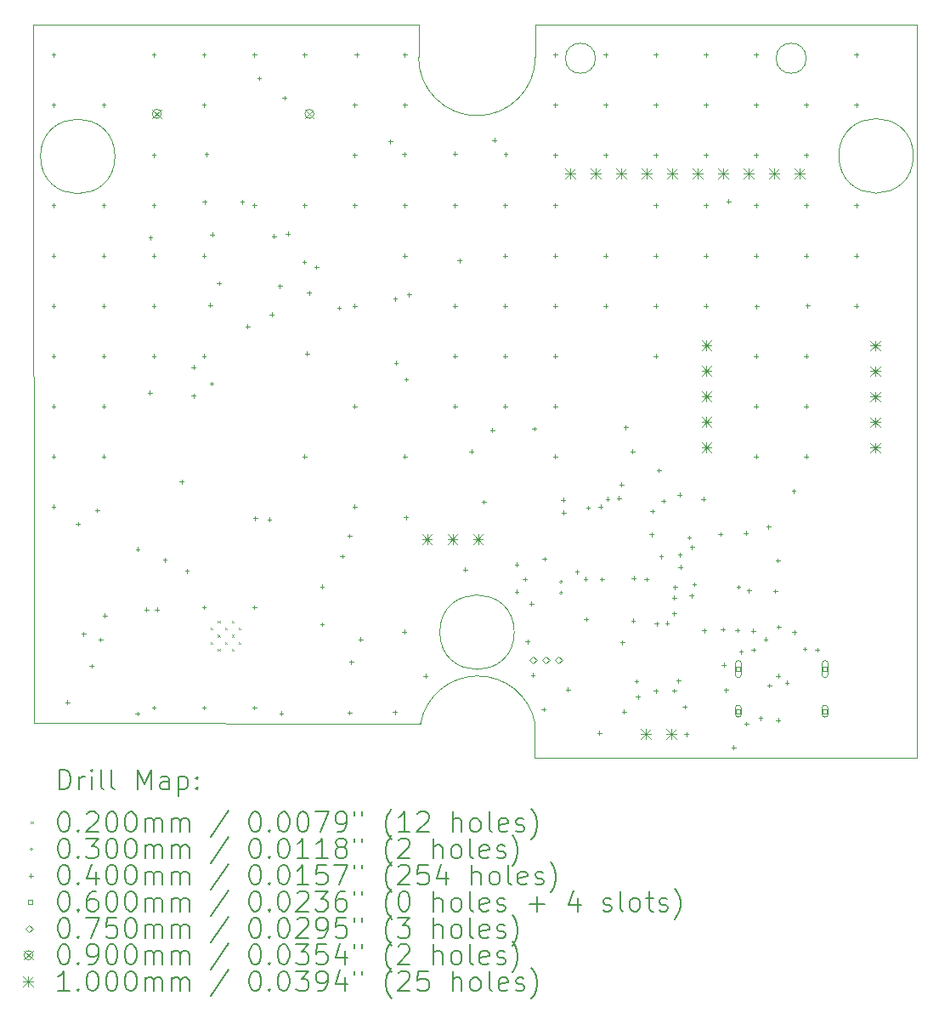
<source format=gbr>
%TF.GenerationSoftware,KiCad,Pcbnew,8.0.5*%
%TF.CreationDate,2024-10-11T11:15:47+01:00*%
%TF.ProjectId,esquema_eletronico,65737175-656d-4615-9f65-6c6574726f6e,rev?*%
%TF.SameCoordinates,Original*%
%TF.FileFunction,Drillmap*%
%TF.FilePolarity,Positive*%
%FSLAX45Y45*%
G04 Gerber Fmt 4.5, Leading zero omitted, Abs format (unit mm)*
G04 Created by KiCad (PCBNEW 8.0.5) date 2024-10-11 11:15:47*
%MOMM*%
%LPD*%
G01*
G04 APERTURE LIST*
%ADD10C,0.100000*%
%ADD11C,0.050000*%
%ADD12C,0.200000*%
G04 APERTURE END LIST*
D10*
X12795000Y-14000000D02*
X16600000Y-14000000D01*
X16566839Y-8007500D02*
G75*
G02*
X15825000Y-8007500I-370920J0D01*
G01*
X15825000Y-8007500D02*
G75*
G02*
X16566839Y-8007500I370920J0D01*
G01*
X11637500Y-6700000D02*
X7800000Y-6700000D01*
X12801000Y-7025000D02*
G75*
G02*
X11637004Y-7022848I-582000J0D01*
G01*
X7800000Y-6700000D02*
X7803038Y-13655000D01*
X11637500Y-6700000D02*
X11637004Y-7022848D01*
X12795000Y-14000000D02*
X12796159Y-13647375D01*
X16600000Y-14000000D02*
X16600000Y-6700000D01*
X12801498Y-6700576D02*
X12801000Y-7025000D01*
X12590919Y-12749081D02*
G75*
G02*
X11849080Y-12749081I-370920J0D01*
G01*
X11849080Y-12749081D02*
G75*
G02*
X12590919Y-12749081I370920J0D01*
G01*
X16600000Y-6700000D02*
X12801498Y-6700576D01*
X7803038Y-13655000D02*
X11656458Y-13662672D01*
X8612500Y-8012500D02*
G75*
G02*
X7870661Y-8012500I-370920J0D01*
G01*
X7870661Y-8012500D02*
G75*
G02*
X8612500Y-8012500I370920J0D01*
G01*
X11656458Y-13662672D02*
G75*
G02*
X12796157Y-13647375I571332J-102778D01*
G01*
D11*
X13399750Y-7035500D02*
G75*
G02*
X13099750Y-7035500I-150000J0D01*
G01*
X13099750Y-7035500D02*
G75*
G02*
X13399750Y-7035500I150000J0D01*
G01*
X15499750Y-7035500D02*
G75*
G02*
X15199750Y-7035500I-150000J0D01*
G01*
X15199750Y-7035500D02*
G75*
G02*
X15499750Y-7035500I150000J0D01*
G01*
D12*
D10*
X9566000Y-12704000D02*
X9586000Y-12724000D01*
X9586000Y-12704000D02*
X9566000Y-12724000D01*
X9566000Y-12844000D02*
X9586000Y-12864000D01*
X9586000Y-12844000D02*
X9566000Y-12864000D01*
X9636000Y-12634000D02*
X9656000Y-12654000D01*
X9656000Y-12634000D02*
X9636000Y-12654000D01*
X9636000Y-12774000D02*
X9656000Y-12794000D01*
X9656000Y-12774000D02*
X9636000Y-12794000D01*
X9636000Y-12914000D02*
X9656000Y-12934000D01*
X9656000Y-12914000D02*
X9636000Y-12934000D01*
X9708500Y-12704000D02*
X9728500Y-12724000D01*
X9728500Y-12704000D02*
X9708500Y-12724000D01*
X9708500Y-12844000D02*
X9728500Y-12864000D01*
X9728500Y-12844000D02*
X9708500Y-12864000D01*
X9776000Y-12634000D02*
X9796000Y-12654000D01*
X9796000Y-12634000D02*
X9776000Y-12654000D01*
X9776000Y-12774000D02*
X9796000Y-12794000D01*
X9796000Y-12774000D02*
X9776000Y-12794000D01*
X9776000Y-12914000D02*
X9796000Y-12934000D01*
X9796000Y-12914000D02*
X9776000Y-12934000D01*
X9846000Y-12704000D02*
X9866000Y-12724000D01*
X9866000Y-12704000D02*
X9846000Y-12724000D01*
X9846000Y-12844000D02*
X9866000Y-12864000D01*
X9866000Y-12844000D02*
X9846000Y-12864000D01*
X13072000Y-12250000D02*
G75*
G02*
X13042000Y-12250000I-15000J0D01*
G01*
X13042000Y-12250000D02*
G75*
G02*
X13072000Y-12250000I15000J0D01*
G01*
X13072000Y-12360000D02*
G75*
G02*
X13042000Y-12360000I-15000J0D01*
G01*
X13042000Y-12360000D02*
G75*
G02*
X13072000Y-12360000I15000J0D01*
G01*
X8000000Y-6980000D02*
X8000000Y-7020000D01*
X7980000Y-7000000D02*
X8020000Y-7000000D01*
X8000000Y-7480000D02*
X8000000Y-7520000D01*
X7980000Y-7500000D02*
X8020000Y-7500000D01*
X8000000Y-8480000D02*
X8000000Y-8520000D01*
X7980000Y-8500000D02*
X8020000Y-8500000D01*
X8000000Y-8980000D02*
X8000000Y-9020000D01*
X7980000Y-9000000D02*
X8020000Y-9000000D01*
X8000000Y-9480000D02*
X8000000Y-9520000D01*
X7980000Y-9500000D02*
X8020000Y-9500000D01*
X8000000Y-9980000D02*
X8000000Y-10020000D01*
X7980000Y-10000000D02*
X8020000Y-10000000D01*
X8000000Y-10480000D02*
X8000000Y-10520000D01*
X7980000Y-10500000D02*
X8020000Y-10500000D01*
X8000000Y-10980000D02*
X8000000Y-11020000D01*
X7980000Y-11000000D02*
X8020000Y-11000000D01*
X8000000Y-11480000D02*
X8000000Y-11520000D01*
X7980000Y-11500000D02*
X8020000Y-11500000D01*
X8137500Y-13425000D02*
X8137500Y-13465000D01*
X8117500Y-13445000D02*
X8157500Y-13445000D01*
X8243500Y-11650000D02*
X8243500Y-11690000D01*
X8223500Y-11670000D02*
X8263500Y-11670000D01*
X8300300Y-12747500D02*
X8300300Y-12787500D01*
X8280300Y-12767500D02*
X8320300Y-12767500D01*
X8380000Y-13065000D02*
X8380000Y-13105000D01*
X8360000Y-13085000D02*
X8400000Y-13085000D01*
X8435000Y-11515000D02*
X8435000Y-11555000D01*
X8415000Y-11535000D02*
X8455000Y-11535000D01*
X8470000Y-12802500D02*
X8470000Y-12842500D01*
X8450000Y-12822500D02*
X8490000Y-12822500D01*
X8500000Y-7480000D02*
X8500000Y-7520000D01*
X8480000Y-7500000D02*
X8520000Y-7500000D01*
X8500000Y-8480000D02*
X8500000Y-8520000D01*
X8480000Y-8500000D02*
X8520000Y-8500000D01*
X8500000Y-8980000D02*
X8500000Y-9020000D01*
X8480000Y-9000000D02*
X8520000Y-9000000D01*
X8500000Y-9480000D02*
X8500000Y-9520000D01*
X8480000Y-9500000D02*
X8520000Y-9500000D01*
X8500000Y-9980000D02*
X8500000Y-10020000D01*
X8480000Y-10000000D02*
X8520000Y-10000000D01*
X8500000Y-10480000D02*
X8500000Y-10520000D01*
X8480000Y-10500000D02*
X8520000Y-10500000D01*
X8500000Y-10980000D02*
X8500000Y-11020000D01*
X8480000Y-11000000D02*
X8520000Y-11000000D01*
X8511800Y-12563200D02*
X8511800Y-12603200D01*
X8491800Y-12583200D02*
X8531800Y-12583200D01*
X8835000Y-13540000D02*
X8835000Y-13580000D01*
X8815000Y-13560000D02*
X8855000Y-13560000D01*
X8837500Y-11902500D02*
X8837500Y-11942500D01*
X8817500Y-11922500D02*
X8857500Y-11922500D01*
X8925000Y-12505000D02*
X8925000Y-12545000D01*
X8905000Y-12525000D02*
X8945000Y-12525000D01*
X8960000Y-10345000D02*
X8960000Y-10385000D01*
X8940000Y-10365000D02*
X8980000Y-10365000D01*
X8965000Y-8800000D02*
X8965000Y-8840000D01*
X8945000Y-8820000D02*
X8985000Y-8820000D01*
X9000000Y-6980000D02*
X9000000Y-7020000D01*
X8980000Y-7000000D02*
X9020000Y-7000000D01*
X9000000Y-7980000D02*
X9000000Y-8020000D01*
X8980000Y-8000000D02*
X9020000Y-8000000D01*
X9000000Y-8480000D02*
X9000000Y-8520000D01*
X8980000Y-8500000D02*
X9020000Y-8500000D01*
X9000000Y-8980000D02*
X9000000Y-9020000D01*
X8980000Y-9000000D02*
X9020000Y-9000000D01*
X9000000Y-9480000D02*
X9000000Y-9520000D01*
X8980000Y-9500000D02*
X9020000Y-9500000D01*
X9000000Y-9980000D02*
X9000000Y-10020000D01*
X8980000Y-10000000D02*
X9020000Y-10000000D01*
X9000000Y-13480000D02*
X9000000Y-13520000D01*
X8980000Y-13500000D02*
X9020000Y-13500000D01*
X9030000Y-12505000D02*
X9030000Y-12545000D01*
X9010000Y-12525000D02*
X9050000Y-12525000D01*
X9110000Y-12010000D02*
X9110000Y-12050000D01*
X9090000Y-12030000D02*
X9130000Y-12030000D01*
X9275000Y-11230000D02*
X9275000Y-11270000D01*
X9255000Y-11250000D02*
X9295000Y-11250000D01*
X9330000Y-12120000D02*
X9330000Y-12160000D01*
X9310000Y-12140000D02*
X9350000Y-12140000D01*
X9395000Y-10090000D02*
X9395000Y-10130000D01*
X9375000Y-10110000D02*
X9415000Y-10110000D01*
X9395000Y-10375000D02*
X9395000Y-10415000D01*
X9375000Y-10395000D02*
X9415000Y-10395000D01*
X9500000Y-6980000D02*
X9500000Y-7020000D01*
X9480000Y-7000000D02*
X9520000Y-7000000D01*
X9500000Y-7480000D02*
X9500000Y-7520000D01*
X9480000Y-7500000D02*
X9520000Y-7500000D01*
X9500000Y-8980000D02*
X9500000Y-9020000D01*
X9480000Y-9000000D02*
X9520000Y-9000000D01*
X9500000Y-9980000D02*
X9500000Y-10020000D01*
X9480000Y-10000000D02*
X9520000Y-10000000D01*
X9500000Y-12480000D02*
X9500000Y-12520000D01*
X9480000Y-12500000D02*
X9520000Y-12500000D01*
X9500000Y-13480000D02*
X9500000Y-13520000D01*
X9480000Y-13500000D02*
X9520000Y-13500000D01*
X9505000Y-8445000D02*
X9505000Y-8485000D01*
X9485000Y-8465000D02*
X9525000Y-8465000D01*
X9525000Y-7970000D02*
X9525000Y-8010000D01*
X9505000Y-7990000D02*
X9545000Y-7990000D01*
X9562500Y-9472500D02*
X9562500Y-9512500D01*
X9542500Y-9492500D02*
X9582500Y-9492500D01*
X9575000Y-10255000D02*
X9575000Y-10295000D01*
X9555000Y-10275000D02*
X9595000Y-10275000D01*
X9580000Y-8770000D02*
X9580000Y-8810000D01*
X9560000Y-8790000D02*
X9600000Y-8790000D01*
X9650000Y-9255000D02*
X9650000Y-9295000D01*
X9630000Y-9275000D02*
X9670000Y-9275000D01*
X9880000Y-8445000D02*
X9880000Y-8485000D01*
X9860000Y-8465000D02*
X9900000Y-8465000D01*
X9935000Y-9685000D02*
X9935000Y-9725000D01*
X9915000Y-9705000D02*
X9955000Y-9705000D01*
X10000000Y-6980000D02*
X10000000Y-7020000D01*
X9980000Y-7000000D02*
X10020000Y-7000000D01*
X10000000Y-8480000D02*
X10000000Y-8520000D01*
X9980000Y-8500000D02*
X10020000Y-8500000D01*
X10000000Y-12480000D02*
X10000000Y-12520000D01*
X9980000Y-12500000D02*
X10020000Y-12500000D01*
X10000000Y-13480000D02*
X10000000Y-13520000D01*
X9980000Y-13500000D02*
X10020000Y-13500000D01*
X10010000Y-11595000D02*
X10010000Y-11635000D01*
X9990000Y-11615000D02*
X10030000Y-11615000D01*
X10050000Y-7215000D02*
X10050000Y-7255000D01*
X10030000Y-7235000D02*
X10070000Y-7235000D01*
X10150000Y-11605000D02*
X10150000Y-11645000D01*
X10130000Y-11625000D02*
X10170000Y-11625000D01*
X10175000Y-9565000D02*
X10175000Y-9605000D01*
X10155000Y-9585000D02*
X10195000Y-9585000D01*
X10197500Y-8787500D02*
X10197500Y-8827500D01*
X10177500Y-8807500D02*
X10217500Y-8807500D01*
X10255000Y-9283700D02*
X10255000Y-9323700D01*
X10235000Y-9303700D02*
X10275000Y-9303700D01*
X10270000Y-13535000D02*
X10270000Y-13575000D01*
X10250000Y-13555000D02*
X10290000Y-13555000D01*
X10300000Y-7410000D02*
X10300000Y-7450000D01*
X10280000Y-7430000D02*
X10320000Y-7430000D01*
X10335000Y-8760000D02*
X10335000Y-8800000D01*
X10315000Y-8780000D02*
X10355000Y-8780000D01*
X10498000Y-9044175D02*
X10498000Y-9084175D01*
X10478000Y-9064175D02*
X10518000Y-9064175D01*
X10500000Y-6980000D02*
X10500000Y-7020000D01*
X10480000Y-7000000D02*
X10520000Y-7000000D01*
X10500000Y-8480000D02*
X10500000Y-8520000D01*
X10480000Y-8500000D02*
X10520000Y-8500000D01*
X10500000Y-10980000D02*
X10500000Y-11020000D01*
X10480000Y-11000000D02*
X10520000Y-11000000D01*
X10525000Y-9955000D02*
X10525000Y-9995000D01*
X10505000Y-9975000D02*
X10545000Y-9975000D01*
X10545000Y-9350000D02*
X10545000Y-9390000D01*
X10525000Y-9370000D02*
X10565000Y-9370000D01*
X10620000Y-9095000D02*
X10620000Y-9135000D01*
X10600000Y-9115000D02*
X10640000Y-9115000D01*
X10675000Y-12275000D02*
X10675000Y-12315000D01*
X10655000Y-12295000D02*
X10695000Y-12295000D01*
X10675000Y-12650000D02*
X10675000Y-12690000D01*
X10655000Y-12670000D02*
X10695000Y-12670000D01*
X10845000Y-9500000D02*
X10845000Y-9540000D01*
X10825000Y-9520000D02*
X10865000Y-9520000D01*
X10875000Y-11972500D02*
X10875000Y-12012500D01*
X10855000Y-11992500D02*
X10895000Y-11992500D01*
X10950000Y-11770000D02*
X10950000Y-11810000D01*
X10930000Y-11790000D02*
X10970000Y-11790000D01*
X10950000Y-13530000D02*
X10950000Y-13570000D01*
X10930000Y-13550000D02*
X10970000Y-13550000D01*
X10965000Y-13025000D02*
X10965000Y-13065000D01*
X10945000Y-13045000D02*
X10985000Y-13045000D01*
X11000000Y-7480000D02*
X11000000Y-7520000D01*
X10980000Y-7500000D02*
X11020000Y-7500000D01*
X11000000Y-7980000D02*
X11000000Y-8020000D01*
X10980000Y-8000000D02*
X11020000Y-8000000D01*
X11000000Y-8480000D02*
X11000000Y-8520000D01*
X10980000Y-8500000D02*
X11020000Y-8500000D01*
X11000000Y-9480000D02*
X11000000Y-9520000D01*
X10980000Y-9500000D02*
X11020000Y-9500000D01*
X11000000Y-10480000D02*
X11000000Y-10520000D01*
X10980000Y-10500000D02*
X11020000Y-10500000D01*
X11000000Y-11480000D02*
X11000000Y-11520000D01*
X10980000Y-11500000D02*
X11020000Y-11500000D01*
X11021394Y-6980000D02*
X11021394Y-7020000D01*
X11001394Y-7000000D02*
X11041394Y-7000000D01*
X11060000Y-12800000D02*
X11060000Y-12840000D01*
X11040000Y-12820000D02*
X11080000Y-12820000D01*
X11355000Y-7842500D02*
X11355000Y-7882500D01*
X11335000Y-7862500D02*
X11375000Y-7862500D01*
X11400000Y-13525000D02*
X11400000Y-13565000D01*
X11380000Y-13545000D02*
X11420000Y-13545000D01*
X11403750Y-9408750D02*
X11403750Y-9448750D01*
X11383750Y-9428750D02*
X11423750Y-9428750D01*
X11412500Y-10047500D02*
X11412500Y-10087500D01*
X11392500Y-10067500D02*
X11432500Y-10067500D01*
X11495000Y-7970000D02*
X11495000Y-8010000D01*
X11475000Y-7990000D02*
X11515000Y-7990000D01*
X11495000Y-12725000D02*
X11495000Y-12765000D01*
X11475000Y-12745000D02*
X11515000Y-12745000D01*
X11500000Y-6980000D02*
X11500000Y-7020000D01*
X11480000Y-7000000D02*
X11520000Y-7000000D01*
X11500000Y-7480000D02*
X11500000Y-7520000D01*
X11480000Y-7500000D02*
X11520000Y-7500000D01*
X11500000Y-8480000D02*
X11500000Y-8520000D01*
X11480000Y-8500000D02*
X11520000Y-8500000D01*
X11500000Y-8980000D02*
X11500000Y-9020000D01*
X11480000Y-9000000D02*
X11520000Y-9000000D01*
X11500000Y-10980000D02*
X11500000Y-11020000D01*
X11480000Y-11000000D02*
X11520000Y-11000000D01*
X11510000Y-11585000D02*
X11510000Y-11625000D01*
X11490000Y-11605000D02*
X11530000Y-11605000D01*
X11515000Y-10212500D02*
X11515000Y-10252500D01*
X11495000Y-10232500D02*
X11535000Y-10232500D01*
X11543389Y-9368389D02*
X11543389Y-9408389D01*
X11523389Y-9388389D02*
X11563389Y-9388389D01*
X11705000Y-13165000D02*
X11705000Y-13205000D01*
X11685000Y-13185000D02*
X11725000Y-13185000D01*
X12000000Y-7965000D02*
X12000000Y-8005000D01*
X11980000Y-7985000D02*
X12020000Y-7985000D01*
X12000000Y-8480000D02*
X12000000Y-8520000D01*
X11980000Y-8500000D02*
X12020000Y-8500000D01*
X12000000Y-9480000D02*
X12000000Y-9520000D01*
X11980000Y-9500000D02*
X12020000Y-9500000D01*
X12000000Y-9980000D02*
X12000000Y-10020000D01*
X11980000Y-10000000D02*
X12020000Y-10000000D01*
X12000000Y-10480000D02*
X12000000Y-10520000D01*
X11980000Y-10500000D02*
X12020000Y-10500000D01*
X12045000Y-9030000D02*
X12045000Y-9070000D01*
X12025000Y-9050000D02*
X12065000Y-9050000D01*
X12100000Y-12105000D02*
X12100000Y-12145000D01*
X12080000Y-12125000D02*
X12120000Y-12125000D01*
X12162500Y-10927500D02*
X12162500Y-10967500D01*
X12142500Y-10947500D02*
X12182500Y-10947500D01*
X12287500Y-11430000D02*
X12287500Y-11470000D01*
X12267500Y-11450000D02*
X12307500Y-11450000D01*
X12372500Y-10717500D02*
X12372500Y-10757500D01*
X12352500Y-10737500D02*
X12392500Y-10737500D01*
X12392500Y-7830000D02*
X12392500Y-7870000D01*
X12372500Y-7850000D02*
X12412500Y-7850000D01*
X12500000Y-8480000D02*
X12500000Y-8520000D01*
X12480000Y-8500000D02*
X12520000Y-8500000D01*
X12500000Y-8980000D02*
X12500000Y-9020000D01*
X12480000Y-9000000D02*
X12520000Y-9000000D01*
X12500000Y-9480000D02*
X12500000Y-9520000D01*
X12480000Y-9500000D02*
X12520000Y-9500000D01*
X12500000Y-9980000D02*
X12500000Y-10020000D01*
X12480000Y-10000000D02*
X12520000Y-10000000D01*
X12500000Y-10480000D02*
X12500000Y-10520000D01*
X12480000Y-10500000D02*
X12520000Y-10500000D01*
X12505000Y-7970000D02*
X12505000Y-8010000D01*
X12485000Y-7990000D02*
X12525000Y-7990000D01*
X12615000Y-12055000D02*
X12615000Y-12095000D01*
X12595000Y-12075000D02*
X12635000Y-12075000D01*
X12615000Y-12325000D02*
X12615000Y-12365000D01*
X12595000Y-12345000D02*
X12635000Y-12345000D01*
X12697500Y-12202500D02*
X12697500Y-12242500D01*
X12677500Y-12222500D02*
X12717500Y-12222500D01*
X12722500Y-12822500D02*
X12722500Y-12862500D01*
X12702500Y-12842500D02*
X12742500Y-12842500D01*
X12760000Y-12445000D02*
X12760000Y-12485000D01*
X12740000Y-12465000D02*
X12780000Y-12465000D01*
X12775000Y-13155000D02*
X12775000Y-13195000D01*
X12755000Y-13175000D02*
X12795000Y-13175000D01*
X12790000Y-10702500D02*
X12790000Y-10742500D01*
X12770000Y-10722500D02*
X12810000Y-10722500D01*
X12882500Y-13497500D02*
X12882500Y-13537500D01*
X12862500Y-13517500D02*
X12902500Y-13517500D01*
X12892500Y-11997500D02*
X12892500Y-12037500D01*
X12872500Y-12017500D02*
X12912500Y-12017500D01*
X13000000Y-6980000D02*
X13000000Y-7020000D01*
X12980000Y-7000000D02*
X13020000Y-7000000D01*
X13000000Y-7480000D02*
X13000000Y-7520000D01*
X12980000Y-7500000D02*
X13020000Y-7500000D01*
X13000000Y-7980000D02*
X13000000Y-8020000D01*
X12980000Y-8000000D02*
X13020000Y-8000000D01*
X13000000Y-8480000D02*
X13000000Y-8520000D01*
X12980000Y-8500000D02*
X13020000Y-8500000D01*
X13000000Y-8980000D02*
X13000000Y-9020000D01*
X12980000Y-9000000D02*
X13020000Y-9000000D01*
X13000000Y-9480000D02*
X13000000Y-9520000D01*
X12980000Y-9500000D02*
X13020000Y-9500000D01*
X13000000Y-9980000D02*
X13000000Y-10020000D01*
X12980000Y-10000000D02*
X13020000Y-10000000D01*
X13000000Y-10480000D02*
X13000000Y-10520000D01*
X12980000Y-10500000D02*
X13020000Y-10500000D01*
X13000000Y-10980000D02*
X13000000Y-11020000D01*
X12980000Y-11000000D02*
X13020000Y-11000000D01*
X13077500Y-11412500D02*
X13077500Y-11452500D01*
X13057500Y-11432500D02*
X13097500Y-11432500D01*
X13082500Y-11537500D02*
X13082500Y-11577500D01*
X13062500Y-11557500D02*
X13102500Y-11557500D01*
X13125000Y-13300000D02*
X13125000Y-13340000D01*
X13105000Y-13320000D02*
X13145000Y-13320000D01*
X13214800Y-12129289D02*
X13214800Y-12169289D01*
X13194800Y-12149289D02*
X13234800Y-12149289D01*
X13300000Y-12200000D02*
X13300000Y-12240000D01*
X13280000Y-12220000D02*
X13320000Y-12220000D01*
X13307500Y-12600000D02*
X13307500Y-12640000D01*
X13287500Y-12620000D02*
X13327500Y-12620000D01*
X13325000Y-11490000D02*
X13325000Y-11530000D01*
X13305000Y-11510000D02*
X13345000Y-11510000D01*
X13440000Y-13732500D02*
X13440000Y-13772500D01*
X13420000Y-13752500D02*
X13460000Y-13752500D01*
X13449800Y-11480341D02*
X13449800Y-11520341D01*
X13429800Y-11500341D02*
X13469800Y-11500341D01*
X13464303Y-12200535D02*
X13464303Y-12240535D01*
X13444303Y-12220535D02*
X13484303Y-12220535D01*
X13500000Y-6980000D02*
X13500000Y-7020000D01*
X13480000Y-7000000D02*
X13520000Y-7000000D01*
X13500000Y-7480000D02*
X13500000Y-7520000D01*
X13480000Y-7500000D02*
X13520000Y-7500000D01*
X13500000Y-7980000D02*
X13500000Y-8020000D01*
X13480000Y-8000000D02*
X13520000Y-8000000D01*
X13500000Y-8980000D02*
X13500000Y-9020000D01*
X13480000Y-9000000D02*
X13520000Y-9000000D01*
X13500000Y-9480000D02*
X13500000Y-9520000D01*
X13480000Y-9500000D02*
X13520000Y-9500000D01*
X13520000Y-11402500D02*
X13520000Y-11442500D01*
X13500000Y-11422500D02*
X13540000Y-11422500D01*
X13632500Y-11395000D02*
X13632500Y-11435000D01*
X13612500Y-11415000D02*
X13652500Y-11415000D01*
X13657500Y-11257500D02*
X13657500Y-11297500D01*
X13637500Y-11277500D02*
X13677500Y-11277500D01*
X13667500Y-12830000D02*
X13667500Y-12870000D01*
X13647500Y-12850000D02*
X13687500Y-12850000D01*
X13685000Y-13520000D02*
X13685000Y-13560000D01*
X13665000Y-13540000D02*
X13705000Y-13540000D01*
X13702500Y-10690000D02*
X13702500Y-10730000D01*
X13682500Y-10710000D02*
X13722500Y-10710000D01*
X13770000Y-10930000D02*
X13770000Y-10970000D01*
X13750000Y-10950000D02*
X13790000Y-10950000D01*
X13773750Y-12613750D02*
X13773750Y-12653750D01*
X13753750Y-12633750D02*
X13793750Y-12633750D01*
X13780000Y-12190000D02*
X13780000Y-12230000D01*
X13760000Y-12210000D02*
X13800000Y-12210000D01*
X13807500Y-13217500D02*
X13807500Y-13257500D01*
X13787500Y-13237500D02*
X13827500Y-13237500D01*
X13822500Y-13372500D02*
X13822500Y-13412500D01*
X13802500Y-13392500D02*
X13842500Y-13392500D01*
X13907861Y-12202139D02*
X13907861Y-12242139D01*
X13887861Y-12222139D02*
X13927861Y-12222139D01*
X13957500Y-11756200D02*
X13957500Y-11796200D01*
X13937500Y-11776200D02*
X13977500Y-11776200D01*
X13967500Y-11525000D02*
X13967500Y-11565000D01*
X13947500Y-11545000D02*
X13987500Y-11545000D01*
X14000000Y-6980000D02*
X14000000Y-7020000D01*
X13980000Y-7000000D02*
X14020000Y-7000000D01*
X14000000Y-7480000D02*
X14000000Y-7520000D01*
X13980000Y-7500000D02*
X14020000Y-7500000D01*
X14000000Y-7980000D02*
X14000000Y-8020000D01*
X13980000Y-8000000D02*
X14020000Y-8000000D01*
X14000000Y-8480000D02*
X14000000Y-8520000D01*
X13980000Y-8500000D02*
X14020000Y-8500000D01*
X14000000Y-8980000D02*
X14000000Y-9020000D01*
X13980000Y-9000000D02*
X14020000Y-9000000D01*
X14000000Y-9480000D02*
X14000000Y-9520000D01*
X13980000Y-9500000D02*
X14020000Y-9500000D01*
X14000000Y-9980000D02*
X14000000Y-10020000D01*
X13980000Y-10000000D02*
X14020000Y-10000000D01*
X14001382Y-13312453D02*
X14001382Y-13352453D01*
X13981382Y-13332453D02*
X14021382Y-13332453D01*
X14007761Y-12645565D02*
X14007761Y-12685565D01*
X13987761Y-12665565D02*
X14027761Y-12665565D01*
X14030000Y-11117500D02*
X14030000Y-11157500D01*
X14010000Y-11137500D02*
X14050000Y-11137500D01*
X14055000Y-11975000D02*
X14055000Y-12015000D01*
X14035000Y-11995000D02*
X14075000Y-11995000D01*
X14077500Y-11422500D02*
X14077500Y-11462500D01*
X14057500Y-11442500D02*
X14097500Y-11442500D01*
X14112411Y-12639911D02*
X14112411Y-12679911D01*
X14092411Y-12659911D02*
X14132411Y-12659911D01*
X14182611Y-12385000D02*
X14182611Y-12425000D01*
X14162611Y-12405000D02*
X14202611Y-12405000D01*
X14182611Y-12542500D02*
X14182611Y-12582500D01*
X14162611Y-12562500D02*
X14202611Y-12562500D01*
X14185000Y-13310000D02*
X14185000Y-13350000D01*
X14165000Y-13330000D02*
X14205000Y-13330000D01*
X14191749Y-12281882D02*
X14191749Y-12321882D01*
X14171749Y-12301882D02*
X14211749Y-12301882D01*
X14227500Y-13212500D02*
X14227500Y-13252500D01*
X14207500Y-13232500D02*
X14247500Y-13232500D01*
X14237500Y-11360000D02*
X14237500Y-11400000D01*
X14217500Y-11380000D02*
X14257500Y-11380000D01*
X14240000Y-11960000D02*
X14240000Y-12000000D01*
X14220000Y-11980000D02*
X14260000Y-11980000D01*
X14245000Y-12080000D02*
X14245000Y-12120000D01*
X14225000Y-12100000D02*
X14265000Y-12100000D01*
X14289711Y-13471628D02*
X14289711Y-13511628D01*
X14269711Y-13491628D02*
X14309711Y-13491628D01*
X14305000Y-13745000D02*
X14305000Y-13785000D01*
X14285000Y-13765000D02*
X14325000Y-13765000D01*
X14334060Y-11785940D02*
X14334060Y-11825940D01*
X14314060Y-11805940D02*
X14354060Y-11805940D01*
X14355000Y-12365000D02*
X14355000Y-12405000D01*
X14335000Y-12385000D02*
X14375000Y-12385000D01*
X14360646Y-11882341D02*
X14360646Y-11922341D01*
X14340646Y-11902341D02*
X14380646Y-11902341D01*
X14385000Y-12252500D02*
X14385000Y-12292500D01*
X14365000Y-12272500D02*
X14405000Y-12272500D01*
X14475000Y-11402500D02*
X14475000Y-11442500D01*
X14455000Y-11422500D02*
X14495000Y-11422500D01*
X14482500Y-12712500D02*
X14482500Y-12752500D01*
X14462500Y-12732500D02*
X14502500Y-12732500D01*
X14500000Y-6980000D02*
X14500000Y-7020000D01*
X14480000Y-7000000D02*
X14520000Y-7000000D01*
X14500000Y-7480000D02*
X14500000Y-7520000D01*
X14480000Y-7500000D02*
X14520000Y-7500000D01*
X14500000Y-7980000D02*
X14500000Y-8020000D01*
X14480000Y-8000000D02*
X14520000Y-8000000D01*
X14500000Y-8480000D02*
X14500000Y-8520000D01*
X14480000Y-8500000D02*
X14520000Y-8500000D01*
X14500000Y-8980000D02*
X14500000Y-9020000D01*
X14480000Y-9000000D02*
X14520000Y-9000000D01*
X14500000Y-9480000D02*
X14500000Y-9520000D01*
X14480000Y-9500000D02*
X14520000Y-9500000D01*
X14642861Y-11752139D02*
X14642861Y-11792139D01*
X14622861Y-11772139D02*
X14662861Y-11772139D01*
X14670000Y-12700000D02*
X14670000Y-12740000D01*
X14650000Y-12720000D02*
X14690000Y-12720000D01*
X14677500Y-13052500D02*
X14677500Y-13092500D01*
X14657500Y-13072500D02*
X14697500Y-13072500D01*
X14700000Y-13305000D02*
X14700000Y-13345000D01*
X14680000Y-13325000D02*
X14720000Y-13325000D01*
X14725000Y-8440000D02*
X14725000Y-8480000D01*
X14705000Y-8460000D02*
X14745000Y-8460000D01*
X14775000Y-13875000D02*
X14775000Y-13915000D01*
X14755000Y-13895000D02*
X14795000Y-13895000D01*
X14812500Y-12710000D02*
X14812500Y-12750000D01*
X14792500Y-12730000D02*
X14832500Y-12730000D01*
X14825310Y-12277189D02*
X14825310Y-12317189D01*
X14805310Y-12297189D02*
X14845310Y-12297189D01*
X14850000Y-12925000D02*
X14850000Y-12965000D01*
X14830000Y-12945000D02*
X14870000Y-12945000D01*
X14898060Y-11741134D02*
X14898060Y-11781134D01*
X14878060Y-11761134D02*
X14918060Y-11761134D01*
X14905000Y-13640000D02*
X14905000Y-13680000D01*
X14885000Y-13660000D02*
X14925000Y-13660000D01*
X14930000Y-12312995D02*
X14930000Y-12352995D01*
X14910000Y-12332995D02*
X14950000Y-12332995D01*
X14970000Y-12715000D02*
X14970000Y-12755000D01*
X14950000Y-12735000D02*
X14990000Y-12735000D01*
X14975000Y-12905000D02*
X14975000Y-12945000D01*
X14955000Y-12925000D02*
X14995000Y-12925000D01*
X15000000Y-6980000D02*
X15000000Y-7020000D01*
X14980000Y-7000000D02*
X15020000Y-7000000D01*
X15000000Y-7480000D02*
X15000000Y-7520000D01*
X14980000Y-7500000D02*
X15020000Y-7500000D01*
X15000000Y-7980000D02*
X15000000Y-8020000D01*
X14980000Y-8000000D02*
X15020000Y-8000000D01*
X15000000Y-8480000D02*
X15000000Y-8520000D01*
X14980000Y-8500000D02*
X15020000Y-8500000D01*
X15000000Y-8980000D02*
X15000000Y-9020000D01*
X14980000Y-9000000D02*
X15020000Y-9000000D01*
X15000000Y-9980000D02*
X15000000Y-10020000D01*
X14980000Y-10000000D02*
X15020000Y-10000000D01*
X15000000Y-10480000D02*
X15000000Y-10520000D01*
X14980000Y-10500000D02*
X15020000Y-10500000D01*
X15000000Y-10980000D02*
X15000000Y-11020000D01*
X14980000Y-11000000D02*
X15020000Y-11000000D01*
X15004222Y-9485809D02*
X15004222Y-9525809D01*
X14984222Y-9505809D02*
X15024222Y-9505809D01*
X15045730Y-13583319D02*
X15045730Y-13623319D01*
X15025730Y-13603319D02*
X15065730Y-13603319D01*
X15095000Y-12800000D02*
X15095000Y-12840000D01*
X15075000Y-12820000D02*
X15115000Y-12820000D01*
X15125000Y-11680000D02*
X15125000Y-11720000D01*
X15105000Y-11700000D02*
X15145000Y-11700000D01*
X15132500Y-13260000D02*
X15132500Y-13300000D01*
X15112500Y-13280000D02*
X15152500Y-13280000D01*
X15190000Y-12320000D02*
X15190000Y-12360000D01*
X15170000Y-12340000D02*
X15210000Y-12340000D01*
X15217500Y-12015000D02*
X15217500Y-12055000D01*
X15197500Y-12035000D02*
X15237500Y-12035000D01*
X15220000Y-13162500D02*
X15220000Y-13202500D01*
X15200000Y-13182500D02*
X15240000Y-13182500D01*
X15220000Y-13605000D02*
X15220000Y-13645000D01*
X15200000Y-13625000D02*
X15240000Y-13625000D01*
X15225000Y-12675000D02*
X15225000Y-12715000D01*
X15205000Y-12695000D02*
X15245000Y-12695000D01*
X15307500Y-13232500D02*
X15307500Y-13272500D01*
X15287500Y-13252500D02*
X15327500Y-13252500D01*
X15375000Y-11322500D02*
X15375000Y-11362500D01*
X15355000Y-11342500D02*
X15395000Y-11342500D01*
X15380000Y-12730000D02*
X15380000Y-12770000D01*
X15360000Y-12750000D02*
X15400000Y-12750000D01*
X15485000Y-12895000D02*
X15485000Y-12935000D01*
X15465000Y-12915000D02*
X15505000Y-12915000D01*
X15500000Y-7480000D02*
X15500000Y-7520000D01*
X15480000Y-7500000D02*
X15520000Y-7500000D01*
X15500000Y-7980000D02*
X15500000Y-8020000D01*
X15480000Y-8000000D02*
X15520000Y-8000000D01*
X15500000Y-8480000D02*
X15500000Y-8520000D01*
X15480000Y-8500000D02*
X15520000Y-8500000D01*
X15500000Y-8980000D02*
X15500000Y-9020000D01*
X15480000Y-9000000D02*
X15520000Y-9000000D01*
X15500000Y-9980000D02*
X15500000Y-10020000D01*
X15480000Y-10000000D02*
X15520000Y-10000000D01*
X15500000Y-10480000D02*
X15500000Y-10520000D01*
X15480000Y-10500000D02*
X15520000Y-10500000D01*
X15500000Y-10980000D02*
X15500000Y-11020000D01*
X15480000Y-11000000D02*
X15520000Y-11000000D01*
X15514522Y-9478413D02*
X15514522Y-9518413D01*
X15494522Y-9498413D02*
X15534522Y-9498413D01*
X15610000Y-12905000D02*
X15610000Y-12945000D01*
X15590000Y-12925000D02*
X15630000Y-12925000D01*
X16000000Y-6980000D02*
X16000000Y-7020000D01*
X15980000Y-7000000D02*
X16020000Y-7000000D01*
X16000000Y-7480000D02*
X16000000Y-7520000D01*
X15980000Y-7500000D02*
X16020000Y-7500000D01*
X16000000Y-8480000D02*
X16000000Y-8520000D01*
X15980000Y-8500000D02*
X16020000Y-8500000D01*
X16000000Y-8980000D02*
X16000000Y-9020000D01*
X15980000Y-9000000D02*
X16020000Y-9000000D01*
X16000000Y-9480000D02*
X16000000Y-9520000D01*
X15980000Y-9500000D02*
X16020000Y-9500000D01*
X14844213Y-13138213D02*
X14844213Y-13095787D01*
X14801787Y-13095787D01*
X14801787Y-13138213D01*
X14844213Y-13138213D01*
X14853000Y-13172000D02*
X14853000Y-13062000D01*
X14793000Y-13062000D02*
G75*
G02*
X14853000Y-13062000I30000J0D01*
G01*
X14793000Y-13062000D02*
X14793000Y-13172000D01*
X14793000Y-13172000D02*
G75*
G03*
X14853000Y-13172000I30000J0D01*
G01*
X14844213Y-13556213D02*
X14844213Y-13513787D01*
X14801787Y-13513787D01*
X14801787Y-13556213D01*
X14844213Y-13556213D01*
X14853000Y-13565000D02*
X14853000Y-13505000D01*
X14793000Y-13505000D02*
G75*
G02*
X14853000Y-13505000I30000J0D01*
G01*
X14793000Y-13505000D02*
X14793000Y-13565000D01*
X14793000Y-13565000D02*
G75*
G03*
X14853000Y-13565000I30000J0D01*
G01*
X15708213Y-13138213D02*
X15708213Y-13095787D01*
X15665787Y-13095787D01*
X15665787Y-13138213D01*
X15708213Y-13138213D01*
X15717000Y-13172000D02*
X15717000Y-13062000D01*
X15657000Y-13062000D02*
G75*
G02*
X15717000Y-13062000I30000J0D01*
G01*
X15657000Y-13062000D02*
X15657000Y-13172000D01*
X15657000Y-13172000D02*
G75*
G03*
X15717000Y-13172000I30000J0D01*
G01*
X15708213Y-13556213D02*
X15708213Y-13513787D01*
X15665787Y-13513787D01*
X15665787Y-13556213D01*
X15708213Y-13556213D01*
X15717000Y-13565000D02*
X15717000Y-13505000D01*
X15657000Y-13505000D02*
G75*
G02*
X15717000Y-13505000I30000J0D01*
G01*
X15657000Y-13505000D02*
X15657000Y-13565000D01*
X15657000Y-13565000D02*
G75*
G03*
X15717000Y-13565000I30000J0D01*
G01*
X12779500Y-13063500D02*
X12817000Y-13026000D01*
X12779500Y-12988500D01*
X12742000Y-13026000D01*
X12779500Y-13063500D01*
X12906500Y-13063500D02*
X12944000Y-13026000D01*
X12906500Y-12988500D01*
X12869000Y-13026000D01*
X12906500Y-13063500D01*
X13033500Y-13063500D02*
X13071000Y-13026000D01*
X13033500Y-12988500D01*
X12996000Y-13026000D01*
X13033500Y-13063500D01*
X8985000Y-7543750D02*
X9075000Y-7633750D01*
X9075000Y-7543750D02*
X8985000Y-7633750D01*
X9075000Y-7588750D02*
G75*
G02*
X8985000Y-7588750I-45000J0D01*
G01*
X8985000Y-7588750D02*
G75*
G02*
X9075000Y-7588750I45000J0D01*
G01*
X10505000Y-7543750D02*
X10595000Y-7633750D01*
X10595000Y-7543750D02*
X10505000Y-7633750D01*
X10595000Y-7588750D02*
G75*
G02*
X10505000Y-7588750I-45000J0D01*
G01*
X10505000Y-7588750D02*
G75*
G02*
X10595000Y-7588750I45000J0D01*
G01*
X11672000Y-11775000D02*
X11772000Y-11875000D01*
X11772000Y-11775000D02*
X11672000Y-11875000D01*
X11722000Y-11775000D02*
X11722000Y-11875000D01*
X11672000Y-11825000D02*
X11772000Y-11825000D01*
X11926000Y-11775000D02*
X12026000Y-11875000D01*
X12026000Y-11775000D02*
X11926000Y-11875000D01*
X11976000Y-11775000D02*
X11976000Y-11875000D01*
X11926000Y-11825000D02*
X12026000Y-11825000D01*
X12180000Y-11775000D02*
X12280000Y-11875000D01*
X12280000Y-11775000D02*
X12180000Y-11875000D01*
X12230000Y-11775000D02*
X12230000Y-11875000D01*
X12180000Y-11825000D02*
X12280000Y-11825000D01*
X13095750Y-8135500D02*
X13195750Y-8235500D01*
X13195750Y-8135500D02*
X13095750Y-8235500D01*
X13145750Y-8135500D02*
X13145750Y-8235500D01*
X13095750Y-8185500D02*
X13195750Y-8185500D01*
X13349750Y-8135500D02*
X13449750Y-8235500D01*
X13449750Y-8135500D02*
X13349750Y-8235500D01*
X13399750Y-8135500D02*
X13399750Y-8235500D01*
X13349750Y-8185500D02*
X13449750Y-8185500D01*
X13603750Y-8135500D02*
X13703750Y-8235500D01*
X13703750Y-8135500D02*
X13603750Y-8235500D01*
X13653750Y-8135500D02*
X13653750Y-8235500D01*
X13603750Y-8185500D02*
X13703750Y-8185500D01*
X13850000Y-13712500D02*
X13950000Y-13812500D01*
X13950000Y-13712500D02*
X13850000Y-13812500D01*
X13900000Y-13712500D02*
X13900000Y-13812500D01*
X13850000Y-13762500D02*
X13950000Y-13762500D01*
X13857750Y-8135500D02*
X13957750Y-8235500D01*
X13957750Y-8135500D02*
X13857750Y-8235500D01*
X13907750Y-8135500D02*
X13907750Y-8235500D01*
X13857750Y-8185500D02*
X13957750Y-8185500D01*
X14104000Y-13712500D02*
X14204000Y-13812500D01*
X14204000Y-13712500D02*
X14104000Y-13812500D01*
X14154000Y-13712500D02*
X14154000Y-13812500D01*
X14104000Y-13762500D02*
X14204000Y-13762500D01*
X14111750Y-8135500D02*
X14211750Y-8235500D01*
X14211750Y-8135500D02*
X14111750Y-8235500D01*
X14161750Y-8135500D02*
X14161750Y-8235500D01*
X14111750Y-8185500D02*
X14211750Y-8185500D01*
X14365750Y-8135500D02*
X14465750Y-8235500D01*
X14465750Y-8135500D02*
X14365750Y-8235500D01*
X14415750Y-8135500D02*
X14415750Y-8235500D01*
X14365750Y-8185500D02*
X14465750Y-8185500D01*
X14457000Y-9846000D02*
X14557000Y-9946000D01*
X14557000Y-9846000D02*
X14457000Y-9946000D01*
X14507000Y-9846000D02*
X14507000Y-9946000D01*
X14457000Y-9896000D02*
X14557000Y-9896000D01*
X14457000Y-10100000D02*
X14557000Y-10200000D01*
X14557000Y-10100000D02*
X14457000Y-10200000D01*
X14507000Y-10100000D02*
X14507000Y-10200000D01*
X14457000Y-10150000D02*
X14557000Y-10150000D01*
X14457000Y-10354000D02*
X14557000Y-10454000D01*
X14557000Y-10354000D02*
X14457000Y-10454000D01*
X14507000Y-10354000D02*
X14507000Y-10454000D01*
X14457000Y-10404000D02*
X14557000Y-10404000D01*
X14457000Y-10608000D02*
X14557000Y-10708000D01*
X14557000Y-10608000D02*
X14457000Y-10708000D01*
X14507000Y-10608000D02*
X14507000Y-10708000D01*
X14457000Y-10658000D02*
X14557000Y-10658000D01*
X14457000Y-10862000D02*
X14557000Y-10962000D01*
X14557000Y-10862000D02*
X14457000Y-10962000D01*
X14507000Y-10862000D02*
X14507000Y-10962000D01*
X14457000Y-10912000D02*
X14557000Y-10912000D01*
X14619750Y-8135500D02*
X14719750Y-8235500D01*
X14719750Y-8135500D02*
X14619750Y-8235500D01*
X14669750Y-8135500D02*
X14669750Y-8235500D01*
X14619750Y-8185500D02*
X14719750Y-8185500D01*
X14873750Y-8135500D02*
X14973750Y-8235500D01*
X14973750Y-8135500D02*
X14873750Y-8235500D01*
X14923750Y-8135500D02*
X14923750Y-8235500D01*
X14873750Y-8185500D02*
X14973750Y-8185500D01*
X15127750Y-8135500D02*
X15227750Y-8235500D01*
X15227750Y-8135500D02*
X15127750Y-8235500D01*
X15177750Y-8135500D02*
X15177750Y-8235500D01*
X15127750Y-8185500D02*
X15227750Y-8185500D01*
X15381750Y-8135500D02*
X15481750Y-8235500D01*
X15481750Y-8135500D02*
X15381750Y-8235500D01*
X15431750Y-8135500D02*
X15431750Y-8235500D01*
X15381750Y-8185500D02*
X15481750Y-8185500D01*
X16135000Y-9847000D02*
X16235000Y-9947000D01*
X16235000Y-9847000D02*
X16135000Y-9947000D01*
X16185000Y-9847000D02*
X16185000Y-9947000D01*
X16135000Y-9897000D02*
X16235000Y-9897000D01*
X16135000Y-10101000D02*
X16235000Y-10201000D01*
X16235000Y-10101000D02*
X16135000Y-10201000D01*
X16185000Y-10101000D02*
X16185000Y-10201000D01*
X16135000Y-10151000D02*
X16235000Y-10151000D01*
X16135000Y-10355000D02*
X16235000Y-10455000D01*
X16235000Y-10355000D02*
X16135000Y-10455000D01*
X16185000Y-10355000D02*
X16185000Y-10455000D01*
X16135000Y-10405000D02*
X16235000Y-10405000D01*
X16135000Y-10609000D02*
X16235000Y-10709000D01*
X16235000Y-10609000D02*
X16135000Y-10709000D01*
X16185000Y-10609000D02*
X16185000Y-10709000D01*
X16135000Y-10659000D02*
X16235000Y-10659000D01*
X16135000Y-10863000D02*
X16235000Y-10963000D01*
X16235000Y-10863000D02*
X16135000Y-10963000D01*
X16185000Y-10863000D02*
X16185000Y-10963000D01*
X16135000Y-10913000D02*
X16235000Y-10913000D01*
D12*
X8055777Y-14316484D02*
X8055777Y-14116484D01*
X8055777Y-14116484D02*
X8103396Y-14116484D01*
X8103396Y-14116484D02*
X8131967Y-14126008D01*
X8131967Y-14126008D02*
X8151015Y-14145055D01*
X8151015Y-14145055D02*
X8160539Y-14164103D01*
X8160539Y-14164103D02*
X8170062Y-14202198D01*
X8170062Y-14202198D02*
X8170062Y-14230769D01*
X8170062Y-14230769D02*
X8160539Y-14268865D01*
X8160539Y-14268865D02*
X8151015Y-14287912D01*
X8151015Y-14287912D02*
X8131967Y-14306960D01*
X8131967Y-14306960D02*
X8103396Y-14316484D01*
X8103396Y-14316484D02*
X8055777Y-14316484D01*
X8255777Y-14316484D02*
X8255777Y-14183150D01*
X8255777Y-14221246D02*
X8265301Y-14202198D01*
X8265301Y-14202198D02*
X8274824Y-14192674D01*
X8274824Y-14192674D02*
X8293872Y-14183150D01*
X8293872Y-14183150D02*
X8312920Y-14183150D01*
X8379586Y-14316484D02*
X8379586Y-14183150D01*
X8379586Y-14116484D02*
X8370062Y-14126008D01*
X8370062Y-14126008D02*
X8379586Y-14135531D01*
X8379586Y-14135531D02*
X8389110Y-14126008D01*
X8389110Y-14126008D02*
X8379586Y-14116484D01*
X8379586Y-14116484D02*
X8379586Y-14135531D01*
X8503396Y-14316484D02*
X8484348Y-14306960D01*
X8484348Y-14306960D02*
X8474824Y-14287912D01*
X8474824Y-14287912D02*
X8474824Y-14116484D01*
X8608158Y-14316484D02*
X8589110Y-14306960D01*
X8589110Y-14306960D02*
X8579586Y-14287912D01*
X8579586Y-14287912D02*
X8579586Y-14116484D01*
X8836729Y-14316484D02*
X8836729Y-14116484D01*
X8836729Y-14116484D02*
X8903396Y-14259341D01*
X8903396Y-14259341D02*
X8970063Y-14116484D01*
X8970063Y-14116484D02*
X8970063Y-14316484D01*
X9151015Y-14316484D02*
X9151015Y-14211722D01*
X9151015Y-14211722D02*
X9141491Y-14192674D01*
X9141491Y-14192674D02*
X9122444Y-14183150D01*
X9122444Y-14183150D02*
X9084348Y-14183150D01*
X9084348Y-14183150D02*
X9065301Y-14192674D01*
X9151015Y-14306960D02*
X9131967Y-14316484D01*
X9131967Y-14316484D02*
X9084348Y-14316484D01*
X9084348Y-14316484D02*
X9065301Y-14306960D01*
X9065301Y-14306960D02*
X9055777Y-14287912D01*
X9055777Y-14287912D02*
X9055777Y-14268865D01*
X9055777Y-14268865D02*
X9065301Y-14249817D01*
X9065301Y-14249817D02*
X9084348Y-14240293D01*
X9084348Y-14240293D02*
X9131967Y-14240293D01*
X9131967Y-14240293D02*
X9151015Y-14230769D01*
X9246253Y-14183150D02*
X9246253Y-14383150D01*
X9246253Y-14192674D02*
X9265301Y-14183150D01*
X9265301Y-14183150D02*
X9303396Y-14183150D01*
X9303396Y-14183150D02*
X9322444Y-14192674D01*
X9322444Y-14192674D02*
X9331967Y-14202198D01*
X9331967Y-14202198D02*
X9341491Y-14221246D01*
X9341491Y-14221246D02*
X9341491Y-14278388D01*
X9341491Y-14278388D02*
X9331967Y-14297436D01*
X9331967Y-14297436D02*
X9322444Y-14306960D01*
X9322444Y-14306960D02*
X9303396Y-14316484D01*
X9303396Y-14316484D02*
X9265301Y-14316484D01*
X9265301Y-14316484D02*
X9246253Y-14306960D01*
X9427205Y-14297436D02*
X9436729Y-14306960D01*
X9436729Y-14306960D02*
X9427205Y-14316484D01*
X9427205Y-14316484D02*
X9417682Y-14306960D01*
X9417682Y-14306960D02*
X9427205Y-14297436D01*
X9427205Y-14297436D02*
X9427205Y-14316484D01*
X9427205Y-14192674D02*
X9436729Y-14202198D01*
X9436729Y-14202198D02*
X9427205Y-14211722D01*
X9427205Y-14211722D02*
X9417682Y-14202198D01*
X9417682Y-14202198D02*
X9427205Y-14192674D01*
X9427205Y-14192674D02*
X9427205Y-14211722D01*
D10*
X7775000Y-14635000D02*
X7795000Y-14655000D01*
X7795000Y-14635000D02*
X7775000Y-14655000D01*
D12*
X8093872Y-14536484D02*
X8112920Y-14536484D01*
X8112920Y-14536484D02*
X8131967Y-14546008D01*
X8131967Y-14546008D02*
X8141491Y-14555531D01*
X8141491Y-14555531D02*
X8151015Y-14574579D01*
X8151015Y-14574579D02*
X8160539Y-14612674D01*
X8160539Y-14612674D02*
X8160539Y-14660293D01*
X8160539Y-14660293D02*
X8151015Y-14698388D01*
X8151015Y-14698388D02*
X8141491Y-14717436D01*
X8141491Y-14717436D02*
X8131967Y-14726960D01*
X8131967Y-14726960D02*
X8112920Y-14736484D01*
X8112920Y-14736484D02*
X8093872Y-14736484D01*
X8093872Y-14736484D02*
X8074824Y-14726960D01*
X8074824Y-14726960D02*
X8065301Y-14717436D01*
X8065301Y-14717436D02*
X8055777Y-14698388D01*
X8055777Y-14698388D02*
X8046253Y-14660293D01*
X8046253Y-14660293D02*
X8046253Y-14612674D01*
X8046253Y-14612674D02*
X8055777Y-14574579D01*
X8055777Y-14574579D02*
X8065301Y-14555531D01*
X8065301Y-14555531D02*
X8074824Y-14546008D01*
X8074824Y-14546008D02*
X8093872Y-14536484D01*
X8246253Y-14717436D02*
X8255777Y-14726960D01*
X8255777Y-14726960D02*
X8246253Y-14736484D01*
X8246253Y-14736484D02*
X8236729Y-14726960D01*
X8236729Y-14726960D02*
X8246253Y-14717436D01*
X8246253Y-14717436D02*
X8246253Y-14736484D01*
X8331967Y-14555531D02*
X8341491Y-14546008D01*
X8341491Y-14546008D02*
X8360539Y-14536484D01*
X8360539Y-14536484D02*
X8408158Y-14536484D01*
X8408158Y-14536484D02*
X8427205Y-14546008D01*
X8427205Y-14546008D02*
X8436729Y-14555531D01*
X8436729Y-14555531D02*
X8446253Y-14574579D01*
X8446253Y-14574579D02*
X8446253Y-14593627D01*
X8446253Y-14593627D02*
X8436729Y-14622198D01*
X8436729Y-14622198D02*
X8322443Y-14736484D01*
X8322443Y-14736484D02*
X8446253Y-14736484D01*
X8570063Y-14536484D02*
X8589110Y-14536484D01*
X8589110Y-14536484D02*
X8608158Y-14546008D01*
X8608158Y-14546008D02*
X8617682Y-14555531D01*
X8617682Y-14555531D02*
X8627205Y-14574579D01*
X8627205Y-14574579D02*
X8636729Y-14612674D01*
X8636729Y-14612674D02*
X8636729Y-14660293D01*
X8636729Y-14660293D02*
X8627205Y-14698388D01*
X8627205Y-14698388D02*
X8617682Y-14717436D01*
X8617682Y-14717436D02*
X8608158Y-14726960D01*
X8608158Y-14726960D02*
X8589110Y-14736484D01*
X8589110Y-14736484D02*
X8570063Y-14736484D01*
X8570063Y-14736484D02*
X8551015Y-14726960D01*
X8551015Y-14726960D02*
X8541491Y-14717436D01*
X8541491Y-14717436D02*
X8531967Y-14698388D01*
X8531967Y-14698388D02*
X8522444Y-14660293D01*
X8522444Y-14660293D02*
X8522444Y-14612674D01*
X8522444Y-14612674D02*
X8531967Y-14574579D01*
X8531967Y-14574579D02*
X8541491Y-14555531D01*
X8541491Y-14555531D02*
X8551015Y-14546008D01*
X8551015Y-14546008D02*
X8570063Y-14536484D01*
X8760539Y-14536484D02*
X8779586Y-14536484D01*
X8779586Y-14536484D02*
X8798634Y-14546008D01*
X8798634Y-14546008D02*
X8808158Y-14555531D01*
X8808158Y-14555531D02*
X8817682Y-14574579D01*
X8817682Y-14574579D02*
X8827205Y-14612674D01*
X8827205Y-14612674D02*
X8827205Y-14660293D01*
X8827205Y-14660293D02*
X8817682Y-14698388D01*
X8817682Y-14698388D02*
X8808158Y-14717436D01*
X8808158Y-14717436D02*
X8798634Y-14726960D01*
X8798634Y-14726960D02*
X8779586Y-14736484D01*
X8779586Y-14736484D02*
X8760539Y-14736484D01*
X8760539Y-14736484D02*
X8741491Y-14726960D01*
X8741491Y-14726960D02*
X8731967Y-14717436D01*
X8731967Y-14717436D02*
X8722444Y-14698388D01*
X8722444Y-14698388D02*
X8712920Y-14660293D01*
X8712920Y-14660293D02*
X8712920Y-14612674D01*
X8712920Y-14612674D02*
X8722444Y-14574579D01*
X8722444Y-14574579D02*
X8731967Y-14555531D01*
X8731967Y-14555531D02*
X8741491Y-14546008D01*
X8741491Y-14546008D02*
X8760539Y-14536484D01*
X8912920Y-14736484D02*
X8912920Y-14603150D01*
X8912920Y-14622198D02*
X8922444Y-14612674D01*
X8922444Y-14612674D02*
X8941491Y-14603150D01*
X8941491Y-14603150D02*
X8970063Y-14603150D01*
X8970063Y-14603150D02*
X8989110Y-14612674D01*
X8989110Y-14612674D02*
X8998634Y-14631722D01*
X8998634Y-14631722D02*
X8998634Y-14736484D01*
X8998634Y-14631722D02*
X9008158Y-14612674D01*
X9008158Y-14612674D02*
X9027205Y-14603150D01*
X9027205Y-14603150D02*
X9055777Y-14603150D01*
X9055777Y-14603150D02*
X9074825Y-14612674D01*
X9074825Y-14612674D02*
X9084348Y-14631722D01*
X9084348Y-14631722D02*
X9084348Y-14736484D01*
X9179586Y-14736484D02*
X9179586Y-14603150D01*
X9179586Y-14622198D02*
X9189110Y-14612674D01*
X9189110Y-14612674D02*
X9208158Y-14603150D01*
X9208158Y-14603150D02*
X9236729Y-14603150D01*
X9236729Y-14603150D02*
X9255777Y-14612674D01*
X9255777Y-14612674D02*
X9265301Y-14631722D01*
X9265301Y-14631722D02*
X9265301Y-14736484D01*
X9265301Y-14631722D02*
X9274825Y-14612674D01*
X9274825Y-14612674D02*
X9293872Y-14603150D01*
X9293872Y-14603150D02*
X9322444Y-14603150D01*
X9322444Y-14603150D02*
X9341491Y-14612674D01*
X9341491Y-14612674D02*
X9351015Y-14631722D01*
X9351015Y-14631722D02*
X9351015Y-14736484D01*
X9741491Y-14526960D02*
X9570063Y-14784103D01*
X9998634Y-14536484D02*
X10017682Y-14536484D01*
X10017682Y-14536484D02*
X10036729Y-14546008D01*
X10036729Y-14546008D02*
X10046253Y-14555531D01*
X10046253Y-14555531D02*
X10055777Y-14574579D01*
X10055777Y-14574579D02*
X10065301Y-14612674D01*
X10065301Y-14612674D02*
X10065301Y-14660293D01*
X10065301Y-14660293D02*
X10055777Y-14698388D01*
X10055777Y-14698388D02*
X10046253Y-14717436D01*
X10046253Y-14717436D02*
X10036729Y-14726960D01*
X10036729Y-14726960D02*
X10017682Y-14736484D01*
X10017682Y-14736484D02*
X9998634Y-14736484D01*
X9998634Y-14736484D02*
X9979587Y-14726960D01*
X9979587Y-14726960D02*
X9970063Y-14717436D01*
X9970063Y-14717436D02*
X9960539Y-14698388D01*
X9960539Y-14698388D02*
X9951015Y-14660293D01*
X9951015Y-14660293D02*
X9951015Y-14612674D01*
X9951015Y-14612674D02*
X9960539Y-14574579D01*
X9960539Y-14574579D02*
X9970063Y-14555531D01*
X9970063Y-14555531D02*
X9979587Y-14546008D01*
X9979587Y-14546008D02*
X9998634Y-14536484D01*
X10151015Y-14717436D02*
X10160539Y-14726960D01*
X10160539Y-14726960D02*
X10151015Y-14736484D01*
X10151015Y-14736484D02*
X10141491Y-14726960D01*
X10141491Y-14726960D02*
X10151015Y-14717436D01*
X10151015Y-14717436D02*
X10151015Y-14736484D01*
X10284348Y-14536484D02*
X10303396Y-14536484D01*
X10303396Y-14536484D02*
X10322444Y-14546008D01*
X10322444Y-14546008D02*
X10331968Y-14555531D01*
X10331968Y-14555531D02*
X10341491Y-14574579D01*
X10341491Y-14574579D02*
X10351015Y-14612674D01*
X10351015Y-14612674D02*
X10351015Y-14660293D01*
X10351015Y-14660293D02*
X10341491Y-14698388D01*
X10341491Y-14698388D02*
X10331968Y-14717436D01*
X10331968Y-14717436D02*
X10322444Y-14726960D01*
X10322444Y-14726960D02*
X10303396Y-14736484D01*
X10303396Y-14736484D02*
X10284348Y-14736484D01*
X10284348Y-14736484D02*
X10265301Y-14726960D01*
X10265301Y-14726960D02*
X10255777Y-14717436D01*
X10255777Y-14717436D02*
X10246253Y-14698388D01*
X10246253Y-14698388D02*
X10236729Y-14660293D01*
X10236729Y-14660293D02*
X10236729Y-14612674D01*
X10236729Y-14612674D02*
X10246253Y-14574579D01*
X10246253Y-14574579D02*
X10255777Y-14555531D01*
X10255777Y-14555531D02*
X10265301Y-14546008D01*
X10265301Y-14546008D02*
X10284348Y-14536484D01*
X10474825Y-14536484D02*
X10493872Y-14536484D01*
X10493872Y-14536484D02*
X10512920Y-14546008D01*
X10512920Y-14546008D02*
X10522444Y-14555531D01*
X10522444Y-14555531D02*
X10531968Y-14574579D01*
X10531968Y-14574579D02*
X10541491Y-14612674D01*
X10541491Y-14612674D02*
X10541491Y-14660293D01*
X10541491Y-14660293D02*
X10531968Y-14698388D01*
X10531968Y-14698388D02*
X10522444Y-14717436D01*
X10522444Y-14717436D02*
X10512920Y-14726960D01*
X10512920Y-14726960D02*
X10493872Y-14736484D01*
X10493872Y-14736484D02*
X10474825Y-14736484D01*
X10474825Y-14736484D02*
X10455777Y-14726960D01*
X10455777Y-14726960D02*
X10446253Y-14717436D01*
X10446253Y-14717436D02*
X10436729Y-14698388D01*
X10436729Y-14698388D02*
X10427206Y-14660293D01*
X10427206Y-14660293D02*
X10427206Y-14612674D01*
X10427206Y-14612674D02*
X10436729Y-14574579D01*
X10436729Y-14574579D02*
X10446253Y-14555531D01*
X10446253Y-14555531D02*
X10455777Y-14546008D01*
X10455777Y-14546008D02*
X10474825Y-14536484D01*
X10608158Y-14536484D02*
X10741491Y-14536484D01*
X10741491Y-14536484D02*
X10655777Y-14736484D01*
X10827206Y-14736484D02*
X10865301Y-14736484D01*
X10865301Y-14736484D02*
X10884349Y-14726960D01*
X10884349Y-14726960D02*
X10893872Y-14717436D01*
X10893872Y-14717436D02*
X10912920Y-14688865D01*
X10912920Y-14688865D02*
X10922444Y-14650769D01*
X10922444Y-14650769D02*
X10922444Y-14574579D01*
X10922444Y-14574579D02*
X10912920Y-14555531D01*
X10912920Y-14555531D02*
X10903396Y-14546008D01*
X10903396Y-14546008D02*
X10884349Y-14536484D01*
X10884349Y-14536484D02*
X10846253Y-14536484D01*
X10846253Y-14536484D02*
X10827206Y-14546008D01*
X10827206Y-14546008D02*
X10817682Y-14555531D01*
X10817682Y-14555531D02*
X10808158Y-14574579D01*
X10808158Y-14574579D02*
X10808158Y-14622198D01*
X10808158Y-14622198D02*
X10817682Y-14641246D01*
X10817682Y-14641246D02*
X10827206Y-14650769D01*
X10827206Y-14650769D02*
X10846253Y-14660293D01*
X10846253Y-14660293D02*
X10884349Y-14660293D01*
X10884349Y-14660293D02*
X10903396Y-14650769D01*
X10903396Y-14650769D02*
X10912920Y-14641246D01*
X10912920Y-14641246D02*
X10922444Y-14622198D01*
X10998634Y-14536484D02*
X10998634Y-14574579D01*
X11074825Y-14536484D02*
X11074825Y-14574579D01*
X11370063Y-14812674D02*
X11360539Y-14803150D01*
X11360539Y-14803150D02*
X11341491Y-14774579D01*
X11341491Y-14774579D02*
X11331968Y-14755531D01*
X11331968Y-14755531D02*
X11322444Y-14726960D01*
X11322444Y-14726960D02*
X11312920Y-14679341D01*
X11312920Y-14679341D02*
X11312920Y-14641246D01*
X11312920Y-14641246D02*
X11322444Y-14593627D01*
X11322444Y-14593627D02*
X11331968Y-14565055D01*
X11331968Y-14565055D02*
X11341491Y-14546008D01*
X11341491Y-14546008D02*
X11360539Y-14517436D01*
X11360539Y-14517436D02*
X11370063Y-14507912D01*
X11551015Y-14736484D02*
X11436729Y-14736484D01*
X11493872Y-14736484D02*
X11493872Y-14536484D01*
X11493872Y-14536484D02*
X11474825Y-14565055D01*
X11474825Y-14565055D02*
X11455777Y-14584103D01*
X11455777Y-14584103D02*
X11436729Y-14593627D01*
X11627206Y-14555531D02*
X11636729Y-14546008D01*
X11636729Y-14546008D02*
X11655777Y-14536484D01*
X11655777Y-14536484D02*
X11703396Y-14536484D01*
X11703396Y-14536484D02*
X11722444Y-14546008D01*
X11722444Y-14546008D02*
X11731968Y-14555531D01*
X11731968Y-14555531D02*
X11741491Y-14574579D01*
X11741491Y-14574579D02*
X11741491Y-14593627D01*
X11741491Y-14593627D02*
X11731968Y-14622198D01*
X11731968Y-14622198D02*
X11617682Y-14736484D01*
X11617682Y-14736484D02*
X11741491Y-14736484D01*
X11979587Y-14736484D02*
X11979587Y-14536484D01*
X12065301Y-14736484D02*
X12065301Y-14631722D01*
X12065301Y-14631722D02*
X12055777Y-14612674D01*
X12055777Y-14612674D02*
X12036730Y-14603150D01*
X12036730Y-14603150D02*
X12008158Y-14603150D01*
X12008158Y-14603150D02*
X11989110Y-14612674D01*
X11989110Y-14612674D02*
X11979587Y-14622198D01*
X12189110Y-14736484D02*
X12170063Y-14726960D01*
X12170063Y-14726960D02*
X12160539Y-14717436D01*
X12160539Y-14717436D02*
X12151015Y-14698388D01*
X12151015Y-14698388D02*
X12151015Y-14641246D01*
X12151015Y-14641246D02*
X12160539Y-14622198D01*
X12160539Y-14622198D02*
X12170063Y-14612674D01*
X12170063Y-14612674D02*
X12189110Y-14603150D01*
X12189110Y-14603150D02*
X12217682Y-14603150D01*
X12217682Y-14603150D02*
X12236730Y-14612674D01*
X12236730Y-14612674D02*
X12246253Y-14622198D01*
X12246253Y-14622198D02*
X12255777Y-14641246D01*
X12255777Y-14641246D02*
X12255777Y-14698388D01*
X12255777Y-14698388D02*
X12246253Y-14717436D01*
X12246253Y-14717436D02*
X12236730Y-14726960D01*
X12236730Y-14726960D02*
X12217682Y-14736484D01*
X12217682Y-14736484D02*
X12189110Y-14736484D01*
X12370063Y-14736484D02*
X12351015Y-14726960D01*
X12351015Y-14726960D02*
X12341491Y-14707912D01*
X12341491Y-14707912D02*
X12341491Y-14536484D01*
X12522444Y-14726960D02*
X12503396Y-14736484D01*
X12503396Y-14736484D02*
X12465301Y-14736484D01*
X12465301Y-14736484D02*
X12446253Y-14726960D01*
X12446253Y-14726960D02*
X12436730Y-14707912D01*
X12436730Y-14707912D02*
X12436730Y-14631722D01*
X12436730Y-14631722D02*
X12446253Y-14612674D01*
X12446253Y-14612674D02*
X12465301Y-14603150D01*
X12465301Y-14603150D02*
X12503396Y-14603150D01*
X12503396Y-14603150D02*
X12522444Y-14612674D01*
X12522444Y-14612674D02*
X12531968Y-14631722D01*
X12531968Y-14631722D02*
X12531968Y-14650769D01*
X12531968Y-14650769D02*
X12436730Y-14669817D01*
X12608158Y-14726960D02*
X12627206Y-14736484D01*
X12627206Y-14736484D02*
X12665301Y-14736484D01*
X12665301Y-14736484D02*
X12684349Y-14726960D01*
X12684349Y-14726960D02*
X12693872Y-14707912D01*
X12693872Y-14707912D02*
X12693872Y-14698388D01*
X12693872Y-14698388D02*
X12684349Y-14679341D01*
X12684349Y-14679341D02*
X12665301Y-14669817D01*
X12665301Y-14669817D02*
X12636730Y-14669817D01*
X12636730Y-14669817D02*
X12617682Y-14660293D01*
X12617682Y-14660293D02*
X12608158Y-14641246D01*
X12608158Y-14641246D02*
X12608158Y-14631722D01*
X12608158Y-14631722D02*
X12617682Y-14612674D01*
X12617682Y-14612674D02*
X12636730Y-14603150D01*
X12636730Y-14603150D02*
X12665301Y-14603150D01*
X12665301Y-14603150D02*
X12684349Y-14612674D01*
X12760539Y-14812674D02*
X12770063Y-14803150D01*
X12770063Y-14803150D02*
X12789111Y-14774579D01*
X12789111Y-14774579D02*
X12798634Y-14755531D01*
X12798634Y-14755531D02*
X12808158Y-14726960D01*
X12808158Y-14726960D02*
X12817682Y-14679341D01*
X12817682Y-14679341D02*
X12817682Y-14641246D01*
X12817682Y-14641246D02*
X12808158Y-14593627D01*
X12808158Y-14593627D02*
X12798634Y-14565055D01*
X12798634Y-14565055D02*
X12789111Y-14546008D01*
X12789111Y-14546008D02*
X12770063Y-14517436D01*
X12770063Y-14517436D02*
X12760539Y-14507912D01*
D10*
X7795000Y-14909000D02*
G75*
G02*
X7765000Y-14909000I-15000J0D01*
G01*
X7765000Y-14909000D02*
G75*
G02*
X7795000Y-14909000I15000J0D01*
G01*
D12*
X8093872Y-14800484D02*
X8112920Y-14800484D01*
X8112920Y-14800484D02*
X8131967Y-14810008D01*
X8131967Y-14810008D02*
X8141491Y-14819531D01*
X8141491Y-14819531D02*
X8151015Y-14838579D01*
X8151015Y-14838579D02*
X8160539Y-14876674D01*
X8160539Y-14876674D02*
X8160539Y-14924293D01*
X8160539Y-14924293D02*
X8151015Y-14962388D01*
X8151015Y-14962388D02*
X8141491Y-14981436D01*
X8141491Y-14981436D02*
X8131967Y-14990960D01*
X8131967Y-14990960D02*
X8112920Y-15000484D01*
X8112920Y-15000484D02*
X8093872Y-15000484D01*
X8093872Y-15000484D02*
X8074824Y-14990960D01*
X8074824Y-14990960D02*
X8065301Y-14981436D01*
X8065301Y-14981436D02*
X8055777Y-14962388D01*
X8055777Y-14962388D02*
X8046253Y-14924293D01*
X8046253Y-14924293D02*
X8046253Y-14876674D01*
X8046253Y-14876674D02*
X8055777Y-14838579D01*
X8055777Y-14838579D02*
X8065301Y-14819531D01*
X8065301Y-14819531D02*
X8074824Y-14810008D01*
X8074824Y-14810008D02*
X8093872Y-14800484D01*
X8246253Y-14981436D02*
X8255777Y-14990960D01*
X8255777Y-14990960D02*
X8246253Y-15000484D01*
X8246253Y-15000484D02*
X8236729Y-14990960D01*
X8236729Y-14990960D02*
X8246253Y-14981436D01*
X8246253Y-14981436D02*
X8246253Y-15000484D01*
X8322443Y-14800484D02*
X8446253Y-14800484D01*
X8446253Y-14800484D02*
X8379586Y-14876674D01*
X8379586Y-14876674D02*
X8408158Y-14876674D01*
X8408158Y-14876674D02*
X8427205Y-14886198D01*
X8427205Y-14886198D02*
X8436729Y-14895722D01*
X8436729Y-14895722D02*
X8446253Y-14914769D01*
X8446253Y-14914769D02*
X8446253Y-14962388D01*
X8446253Y-14962388D02*
X8436729Y-14981436D01*
X8436729Y-14981436D02*
X8427205Y-14990960D01*
X8427205Y-14990960D02*
X8408158Y-15000484D01*
X8408158Y-15000484D02*
X8351015Y-15000484D01*
X8351015Y-15000484D02*
X8331967Y-14990960D01*
X8331967Y-14990960D02*
X8322443Y-14981436D01*
X8570063Y-14800484D02*
X8589110Y-14800484D01*
X8589110Y-14800484D02*
X8608158Y-14810008D01*
X8608158Y-14810008D02*
X8617682Y-14819531D01*
X8617682Y-14819531D02*
X8627205Y-14838579D01*
X8627205Y-14838579D02*
X8636729Y-14876674D01*
X8636729Y-14876674D02*
X8636729Y-14924293D01*
X8636729Y-14924293D02*
X8627205Y-14962388D01*
X8627205Y-14962388D02*
X8617682Y-14981436D01*
X8617682Y-14981436D02*
X8608158Y-14990960D01*
X8608158Y-14990960D02*
X8589110Y-15000484D01*
X8589110Y-15000484D02*
X8570063Y-15000484D01*
X8570063Y-15000484D02*
X8551015Y-14990960D01*
X8551015Y-14990960D02*
X8541491Y-14981436D01*
X8541491Y-14981436D02*
X8531967Y-14962388D01*
X8531967Y-14962388D02*
X8522444Y-14924293D01*
X8522444Y-14924293D02*
X8522444Y-14876674D01*
X8522444Y-14876674D02*
X8531967Y-14838579D01*
X8531967Y-14838579D02*
X8541491Y-14819531D01*
X8541491Y-14819531D02*
X8551015Y-14810008D01*
X8551015Y-14810008D02*
X8570063Y-14800484D01*
X8760539Y-14800484D02*
X8779586Y-14800484D01*
X8779586Y-14800484D02*
X8798634Y-14810008D01*
X8798634Y-14810008D02*
X8808158Y-14819531D01*
X8808158Y-14819531D02*
X8817682Y-14838579D01*
X8817682Y-14838579D02*
X8827205Y-14876674D01*
X8827205Y-14876674D02*
X8827205Y-14924293D01*
X8827205Y-14924293D02*
X8817682Y-14962388D01*
X8817682Y-14962388D02*
X8808158Y-14981436D01*
X8808158Y-14981436D02*
X8798634Y-14990960D01*
X8798634Y-14990960D02*
X8779586Y-15000484D01*
X8779586Y-15000484D02*
X8760539Y-15000484D01*
X8760539Y-15000484D02*
X8741491Y-14990960D01*
X8741491Y-14990960D02*
X8731967Y-14981436D01*
X8731967Y-14981436D02*
X8722444Y-14962388D01*
X8722444Y-14962388D02*
X8712920Y-14924293D01*
X8712920Y-14924293D02*
X8712920Y-14876674D01*
X8712920Y-14876674D02*
X8722444Y-14838579D01*
X8722444Y-14838579D02*
X8731967Y-14819531D01*
X8731967Y-14819531D02*
X8741491Y-14810008D01*
X8741491Y-14810008D02*
X8760539Y-14800484D01*
X8912920Y-15000484D02*
X8912920Y-14867150D01*
X8912920Y-14886198D02*
X8922444Y-14876674D01*
X8922444Y-14876674D02*
X8941491Y-14867150D01*
X8941491Y-14867150D02*
X8970063Y-14867150D01*
X8970063Y-14867150D02*
X8989110Y-14876674D01*
X8989110Y-14876674D02*
X8998634Y-14895722D01*
X8998634Y-14895722D02*
X8998634Y-15000484D01*
X8998634Y-14895722D02*
X9008158Y-14876674D01*
X9008158Y-14876674D02*
X9027205Y-14867150D01*
X9027205Y-14867150D02*
X9055777Y-14867150D01*
X9055777Y-14867150D02*
X9074825Y-14876674D01*
X9074825Y-14876674D02*
X9084348Y-14895722D01*
X9084348Y-14895722D02*
X9084348Y-15000484D01*
X9179586Y-15000484D02*
X9179586Y-14867150D01*
X9179586Y-14886198D02*
X9189110Y-14876674D01*
X9189110Y-14876674D02*
X9208158Y-14867150D01*
X9208158Y-14867150D02*
X9236729Y-14867150D01*
X9236729Y-14867150D02*
X9255777Y-14876674D01*
X9255777Y-14876674D02*
X9265301Y-14895722D01*
X9265301Y-14895722D02*
X9265301Y-15000484D01*
X9265301Y-14895722D02*
X9274825Y-14876674D01*
X9274825Y-14876674D02*
X9293872Y-14867150D01*
X9293872Y-14867150D02*
X9322444Y-14867150D01*
X9322444Y-14867150D02*
X9341491Y-14876674D01*
X9341491Y-14876674D02*
X9351015Y-14895722D01*
X9351015Y-14895722D02*
X9351015Y-15000484D01*
X9741491Y-14790960D02*
X9570063Y-15048103D01*
X9998634Y-14800484D02*
X10017682Y-14800484D01*
X10017682Y-14800484D02*
X10036729Y-14810008D01*
X10036729Y-14810008D02*
X10046253Y-14819531D01*
X10046253Y-14819531D02*
X10055777Y-14838579D01*
X10055777Y-14838579D02*
X10065301Y-14876674D01*
X10065301Y-14876674D02*
X10065301Y-14924293D01*
X10065301Y-14924293D02*
X10055777Y-14962388D01*
X10055777Y-14962388D02*
X10046253Y-14981436D01*
X10046253Y-14981436D02*
X10036729Y-14990960D01*
X10036729Y-14990960D02*
X10017682Y-15000484D01*
X10017682Y-15000484D02*
X9998634Y-15000484D01*
X9998634Y-15000484D02*
X9979587Y-14990960D01*
X9979587Y-14990960D02*
X9970063Y-14981436D01*
X9970063Y-14981436D02*
X9960539Y-14962388D01*
X9960539Y-14962388D02*
X9951015Y-14924293D01*
X9951015Y-14924293D02*
X9951015Y-14876674D01*
X9951015Y-14876674D02*
X9960539Y-14838579D01*
X9960539Y-14838579D02*
X9970063Y-14819531D01*
X9970063Y-14819531D02*
X9979587Y-14810008D01*
X9979587Y-14810008D02*
X9998634Y-14800484D01*
X10151015Y-14981436D02*
X10160539Y-14990960D01*
X10160539Y-14990960D02*
X10151015Y-15000484D01*
X10151015Y-15000484D02*
X10141491Y-14990960D01*
X10141491Y-14990960D02*
X10151015Y-14981436D01*
X10151015Y-14981436D02*
X10151015Y-15000484D01*
X10284348Y-14800484D02*
X10303396Y-14800484D01*
X10303396Y-14800484D02*
X10322444Y-14810008D01*
X10322444Y-14810008D02*
X10331968Y-14819531D01*
X10331968Y-14819531D02*
X10341491Y-14838579D01*
X10341491Y-14838579D02*
X10351015Y-14876674D01*
X10351015Y-14876674D02*
X10351015Y-14924293D01*
X10351015Y-14924293D02*
X10341491Y-14962388D01*
X10341491Y-14962388D02*
X10331968Y-14981436D01*
X10331968Y-14981436D02*
X10322444Y-14990960D01*
X10322444Y-14990960D02*
X10303396Y-15000484D01*
X10303396Y-15000484D02*
X10284348Y-15000484D01*
X10284348Y-15000484D02*
X10265301Y-14990960D01*
X10265301Y-14990960D02*
X10255777Y-14981436D01*
X10255777Y-14981436D02*
X10246253Y-14962388D01*
X10246253Y-14962388D02*
X10236729Y-14924293D01*
X10236729Y-14924293D02*
X10236729Y-14876674D01*
X10236729Y-14876674D02*
X10246253Y-14838579D01*
X10246253Y-14838579D02*
X10255777Y-14819531D01*
X10255777Y-14819531D02*
X10265301Y-14810008D01*
X10265301Y-14810008D02*
X10284348Y-14800484D01*
X10541491Y-15000484D02*
X10427206Y-15000484D01*
X10484348Y-15000484D02*
X10484348Y-14800484D01*
X10484348Y-14800484D02*
X10465301Y-14829055D01*
X10465301Y-14829055D02*
X10446253Y-14848103D01*
X10446253Y-14848103D02*
X10427206Y-14857627D01*
X10731968Y-15000484D02*
X10617682Y-15000484D01*
X10674825Y-15000484D02*
X10674825Y-14800484D01*
X10674825Y-14800484D02*
X10655777Y-14829055D01*
X10655777Y-14829055D02*
X10636729Y-14848103D01*
X10636729Y-14848103D02*
X10617682Y-14857627D01*
X10846253Y-14886198D02*
X10827206Y-14876674D01*
X10827206Y-14876674D02*
X10817682Y-14867150D01*
X10817682Y-14867150D02*
X10808158Y-14848103D01*
X10808158Y-14848103D02*
X10808158Y-14838579D01*
X10808158Y-14838579D02*
X10817682Y-14819531D01*
X10817682Y-14819531D02*
X10827206Y-14810008D01*
X10827206Y-14810008D02*
X10846253Y-14800484D01*
X10846253Y-14800484D02*
X10884349Y-14800484D01*
X10884349Y-14800484D02*
X10903396Y-14810008D01*
X10903396Y-14810008D02*
X10912920Y-14819531D01*
X10912920Y-14819531D02*
X10922444Y-14838579D01*
X10922444Y-14838579D02*
X10922444Y-14848103D01*
X10922444Y-14848103D02*
X10912920Y-14867150D01*
X10912920Y-14867150D02*
X10903396Y-14876674D01*
X10903396Y-14876674D02*
X10884349Y-14886198D01*
X10884349Y-14886198D02*
X10846253Y-14886198D01*
X10846253Y-14886198D02*
X10827206Y-14895722D01*
X10827206Y-14895722D02*
X10817682Y-14905246D01*
X10817682Y-14905246D02*
X10808158Y-14924293D01*
X10808158Y-14924293D02*
X10808158Y-14962388D01*
X10808158Y-14962388D02*
X10817682Y-14981436D01*
X10817682Y-14981436D02*
X10827206Y-14990960D01*
X10827206Y-14990960D02*
X10846253Y-15000484D01*
X10846253Y-15000484D02*
X10884349Y-15000484D01*
X10884349Y-15000484D02*
X10903396Y-14990960D01*
X10903396Y-14990960D02*
X10912920Y-14981436D01*
X10912920Y-14981436D02*
X10922444Y-14962388D01*
X10922444Y-14962388D02*
X10922444Y-14924293D01*
X10922444Y-14924293D02*
X10912920Y-14905246D01*
X10912920Y-14905246D02*
X10903396Y-14895722D01*
X10903396Y-14895722D02*
X10884349Y-14886198D01*
X10998634Y-14800484D02*
X10998634Y-14838579D01*
X11074825Y-14800484D02*
X11074825Y-14838579D01*
X11370063Y-15076674D02*
X11360539Y-15067150D01*
X11360539Y-15067150D02*
X11341491Y-15038579D01*
X11341491Y-15038579D02*
X11331968Y-15019531D01*
X11331968Y-15019531D02*
X11322444Y-14990960D01*
X11322444Y-14990960D02*
X11312920Y-14943341D01*
X11312920Y-14943341D02*
X11312920Y-14905246D01*
X11312920Y-14905246D02*
X11322444Y-14857627D01*
X11322444Y-14857627D02*
X11331968Y-14829055D01*
X11331968Y-14829055D02*
X11341491Y-14810008D01*
X11341491Y-14810008D02*
X11360539Y-14781436D01*
X11360539Y-14781436D02*
X11370063Y-14771912D01*
X11436729Y-14819531D02*
X11446253Y-14810008D01*
X11446253Y-14810008D02*
X11465301Y-14800484D01*
X11465301Y-14800484D02*
X11512920Y-14800484D01*
X11512920Y-14800484D02*
X11531968Y-14810008D01*
X11531968Y-14810008D02*
X11541491Y-14819531D01*
X11541491Y-14819531D02*
X11551015Y-14838579D01*
X11551015Y-14838579D02*
X11551015Y-14857627D01*
X11551015Y-14857627D02*
X11541491Y-14886198D01*
X11541491Y-14886198D02*
X11427206Y-15000484D01*
X11427206Y-15000484D02*
X11551015Y-15000484D01*
X11789110Y-15000484D02*
X11789110Y-14800484D01*
X11874825Y-15000484D02*
X11874825Y-14895722D01*
X11874825Y-14895722D02*
X11865301Y-14876674D01*
X11865301Y-14876674D02*
X11846253Y-14867150D01*
X11846253Y-14867150D02*
X11817682Y-14867150D01*
X11817682Y-14867150D02*
X11798634Y-14876674D01*
X11798634Y-14876674D02*
X11789110Y-14886198D01*
X11998634Y-15000484D02*
X11979587Y-14990960D01*
X11979587Y-14990960D02*
X11970063Y-14981436D01*
X11970063Y-14981436D02*
X11960539Y-14962388D01*
X11960539Y-14962388D02*
X11960539Y-14905246D01*
X11960539Y-14905246D02*
X11970063Y-14886198D01*
X11970063Y-14886198D02*
X11979587Y-14876674D01*
X11979587Y-14876674D02*
X11998634Y-14867150D01*
X11998634Y-14867150D02*
X12027206Y-14867150D01*
X12027206Y-14867150D02*
X12046253Y-14876674D01*
X12046253Y-14876674D02*
X12055777Y-14886198D01*
X12055777Y-14886198D02*
X12065301Y-14905246D01*
X12065301Y-14905246D02*
X12065301Y-14962388D01*
X12065301Y-14962388D02*
X12055777Y-14981436D01*
X12055777Y-14981436D02*
X12046253Y-14990960D01*
X12046253Y-14990960D02*
X12027206Y-15000484D01*
X12027206Y-15000484D02*
X11998634Y-15000484D01*
X12179587Y-15000484D02*
X12160539Y-14990960D01*
X12160539Y-14990960D02*
X12151015Y-14971912D01*
X12151015Y-14971912D02*
X12151015Y-14800484D01*
X12331968Y-14990960D02*
X12312920Y-15000484D01*
X12312920Y-15000484D02*
X12274825Y-15000484D01*
X12274825Y-15000484D02*
X12255777Y-14990960D01*
X12255777Y-14990960D02*
X12246253Y-14971912D01*
X12246253Y-14971912D02*
X12246253Y-14895722D01*
X12246253Y-14895722D02*
X12255777Y-14876674D01*
X12255777Y-14876674D02*
X12274825Y-14867150D01*
X12274825Y-14867150D02*
X12312920Y-14867150D01*
X12312920Y-14867150D02*
X12331968Y-14876674D01*
X12331968Y-14876674D02*
X12341491Y-14895722D01*
X12341491Y-14895722D02*
X12341491Y-14914769D01*
X12341491Y-14914769D02*
X12246253Y-14933817D01*
X12417682Y-14990960D02*
X12436730Y-15000484D01*
X12436730Y-15000484D02*
X12474825Y-15000484D01*
X12474825Y-15000484D02*
X12493872Y-14990960D01*
X12493872Y-14990960D02*
X12503396Y-14971912D01*
X12503396Y-14971912D02*
X12503396Y-14962388D01*
X12503396Y-14962388D02*
X12493872Y-14943341D01*
X12493872Y-14943341D02*
X12474825Y-14933817D01*
X12474825Y-14933817D02*
X12446253Y-14933817D01*
X12446253Y-14933817D02*
X12427206Y-14924293D01*
X12427206Y-14924293D02*
X12417682Y-14905246D01*
X12417682Y-14905246D02*
X12417682Y-14895722D01*
X12417682Y-14895722D02*
X12427206Y-14876674D01*
X12427206Y-14876674D02*
X12446253Y-14867150D01*
X12446253Y-14867150D02*
X12474825Y-14867150D01*
X12474825Y-14867150D02*
X12493872Y-14876674D01*
X12570063Y-15076674D02*
X12579587Y-15067150D01*
X12579587Y-15067150D02*
X12598634Y-15038579D01*
X12598634Y-15038579D02*
X12608158Y-15019531D01*
X12608158Y-15019531D02*
X12617682Y-14990960D01*
X12617682Y-14990960D02*
X12627206Y-14943341D01*
X12627206Y-14943341D02*
X12627206Y-14905246D01*
X12627206Y-14905246D02*
X12617682Y-14857627D01*
X12617682Y-14857627D02*
X12608158Y-14829055D01*
X12608158Y-14829055D02*
X12598634Y-14810008D01*
X12598634Y-14810008D02*
X12579587Y-14781436D01*
X12579587Y-14781436D02*
X12570063Y-14771912D01*
D10*
X7775000Y-15153000D02*
X7775000Y-15193000D01*
X7755000Y-15173000D02*
X7795000Y-15173000D01*
D12*
X8093872Y-15064484D02*
X8112920Y-15064484D01*
X8112920Y-15064484D02*
X8131967Y-15074008D01*
X8131967Y-15074008D02*
X8141491Y-15083531D01*
X8141491Y-15083531D02*
X8151015Y-15102579D01*
X8151015Y-15102579D02*
X8160539Y-15140674D01*
X8160539Y-15140674D02*
X8160539Y-15188293D01*
X8160539Y-15188293D02*
X8151015Y-15226388D01*
X8151015Y-15226388D02*
X8141491Y-15245436D01*
X8141491Y-15245436D02*
X8131967Y-15254960D01*
X8131967Y-15254960D02*
X8112920Y-15264484D01*
X8112920Y-15264484D02*
X8093872Y-15264484D01*
X8093872Y-15264484D02*
X8074824Y-15254960D01*
X8074824Y-15254960D02*
X8065301Y-15245436D01*
X8065301Y-15245436D02*
X8055777Y-15226388D01*
X8055777Y-15226388D02*
X8046253Y-15188293D01*
X8046253Y-15188293D02*
X8046253Y-15140674D01*
X8046253Y-15140674D02*
X8055777Y-15102579D01*
X8055777Y-15102579D02*
X8065301Y-15083531D01*
X8065301Y-15083531D02*
X8074824Y-15074008D01*
X8074824Y-15074008D02*
X8093872Y-15064484D01*
X8246253Y-15245436D02*
X8255777Y-15254960D01*
X8255777Y-15254960D02*
X8246253Y-15264484D01*
X8246253Y-15264484D02*
X8236729Y-15254960D01*
X8236729Y-15254960D02*
X8246253Y-15245436D01*
X8246253Y-15245436D02*
X8246253Y-15264484D01*
X8427205Y-15131150D02*
X8427205Y-15264484D01*
X8379586Y-15054960D02*
X8331967Y-15197817D01*
X8331967Y-15197817D02*
X8455777Y-15197817D01*
X8570063Y-15064484D02*
X8589110Y-15064484D01*
X8589110Y-15064484D02*
X8608158Y-15074008D01*
X8608158Y-15074008D02*
X8617682Y-15083531D01*
X8617682Y-15083531D02*
X8627205Y-15102579D01*
X8627205Y-15102579D02*
X8636729Y-15140674D01*
X8636729Y-15140674D02*
X8636729Y-15188293D01*
X8636729Y-15188293D02*
X8627205Y-15226388D01*
X8627205Y-15226388D02*
X8617682Y-15245436D01*
X8617682Y-15245436D02*
X8608158Y-15254960D01*
X8608158Y-15254960D02*
X8589110Y-15264484D01*
X8589110Y-15264484D02*
X8570063Y-15264484D01*
X8570063Y-15264484D02*
X8551015Y-15254960D01*
X8551015Y-15254960D02*
X8541491Y-15245436D01*
X8541491Y-15245436D02*
X8531967Y-15226388D01*
X8531967Y-15226388D02*
X8522444Y-15188293D01*
X8522444Y-15188293D02*
X8522444Y-15140674D01*
X8522444Y-15140674D02*
X8531967Y-15102579D01*
X8531967Y-15102579D02*
X8541491Y-15083531D01*
X8541491Y-15083531D02*
X8551015Y-15074008D01*
X8551015Y-15074008D02*
X8570063Y-15064484D01*
X8760539Y-15064484D02*
X8779586Y-15064484D01*
X8779586Y-15064484D02*
X8798634Y-15074008D01*
X8798634Y-15074008D02*
X8808158Y-15083531D01*
X8808158Y-15083531D02*
X8817682Y-15102579D01*
X8817682Y-15102579D02*
X8827205Y-15140674D01*
X8827205Y-15140674D02*
X8827205Y-15188293D01*
X8827205Y-15188293D02*
X8817682Y-15226388D01*
X8817682Y-15226388D02*
X8808158Y-15245436D01*
X8808158Y-15245436D02*
X8798634Y-15254960D01*
X8798634Y-15254960D02*
X8779586Y-15264484D01*
X8779586Y-15264484D02*
X8760539Y-15264484D01*
X8760539Y-15264484D02*
X8741491Y-15254960D01*
X8741491Y-15254960D02*
X8731967Y-15245436D01*
X8731967Y-15245436D02*
X8722444Y-15226388D01*
X8722444Y-15226388D02*
X8712920Y-15188293D01*
X8712920Y-15188293D02*
X8712920Y-15140674D01*
X8712920Y-15140674D02*
X8722444Y-15102579D01*
X8722444Y-15102579D02*
X8731967Y-15083531D01*
X8731967Y-15083531D02*
X8741491Y-15074008D01*
X8741491Y-15074008D02*
X8760539Y-15064484D01*
X8912920Y-15264484D02*
X8912920Y-15131150D01*
X8912920Y-15150198D02*
X8922444Y-15140674D01*
X8922444Y-15140674D02*
X8941491Y-15131150D01*
X8941491Y-15131150D02*
X8970063Y-15131150D01*
X8970063Y-15131150D02*
X8989110Y-15140674D01*
X8989110Y-15140674D02*
X8998634Y-15159722D01*
X8998634Y-15159722D02*
X8998634Y-15264484D01*
X8998634Y-15159722D02*
X9008158Y-15140674D01*
X9008158Y-15140674D02*
X9027205Y-15131150D01*
X9027205Y-15131150D02*
X9055777Y-15131150D01*
X9055777Y-15131150D02*
X9074825Y-15140674D01*
X9074825Y-15140674D02*
X9084348Y-15159722D01*
X9084348Y-15159722D02*
X9084348Y-15264484D01*
X9179586Y-15264484D02*
X9179586Y-15131150D01*
X9179586Y-15150198D02*
X9189110Y-15140674D01*
X9189110Y-15140674D02*
X9208158Y-15131150D01*
X9208158Y-15131150D02*
X9236729Y-15131150D01*
X9236729Y-15131150D02*
X9255777Y-15140674D01*
X9255777Y-15140674D02*
X9265301Y-15159722D01*
X9265301Y-15159722D02*
X9265301Y-15264484D01*
X9265301Y-15159722D02*
X9274825Y-15140674D01*
X9274825Y-15140674D02*
X9293872Y-15131150D01*
X9293872Y-15131150D02*
X9322444Y-15131150D01*
X9322444Y-15131150D02*
X9341491Y-15140674D01*
X9341491Y-15140674D02*
X9351015Y-15159722D01*
X9351015Y-15159722D02*
X9351015Y-15264484D01*
X9741491Y-15054960D02*
X9570063Y-15312103D01*
X9998634Y-15064484D02*
X10017682Y-15064484D01*
X10017682Y-15064484D02*
X10036729Y-15074008D01*
X10036729Y-15074008D02*
X10046253Y-15083531D01*
X10046253Y-15083531D02*
X10055777Y-15102579D01*
X10055777Y-15102579D02*
X10065301Y-15140674D01*
X10065301Y-15140674D02*
X10065301Y-15188293D01*
X10065301Y-15188293D02*
X10055777Y-15226388D01*
X10055777Y-15226388D02*
X10046253Y-15245436D01*
X10046253Y-15245436D02*
X10036729Y-15254960D01*
X10036729Y-15254960D02*
X10017682Y-15264484D01*
X10017682Y-15264484D02*
X9998634Y-15264484D01*
X9998634Y-15264484D02*
X9979587Y-15254960D01*
X9979587Y-15254960D02*
X9970063Y-15245436D01*
X9970063Y-15245436D02*
X9960539Y-15226388D01*
X9960539Y-15226388D02*
X9951015Y-15188293D01*
X9951015Y-15188293D02*
X9951015Y-15140674D01*
X9951015Y-15140674D02*
X9960539Y-15102579D01*
X9960539Y-15102579D02*
X9970063Y-15083531D01*
X9970063Y-15083531D02*
X9979587Y-15074008D01*
X9979587Y-15074008D02*
X9998634Y-15064484D01*
X10151015Y-15245436D02*
X10160539Y-15254960D01*
X10160539Y-15254960D02*
X10151015Y-15264484D01*
X10151015Y-15264484D02*
X10141491Y-15254960D01*
X10141491Y-15254960D02*
X10151015Y-15245436D01*
X10151015Y-15245436D02*
X10151015Y-15264484D01*
X10284348Y-15064484D02*
X10303396Y-15064484D01*
X10303396Y-15064484D02*
X10322444Y-15074008D01*
X10322444Y-15074008D02*
X10331968Y-15083531D01*
X10331968Y-15083531D02*
X10341491Y-15102579D01*
X10341491Y-15102579D02*
X10351015Y-15140674D01*
X10351015Y-15140674D02*
X10351015Y-15188293D01*
X10351015Y-15188293D02*
X10341491Y-15226388D01*
X10341491Y-15226388D02*
X10331968Y-15245436D01*
X10331968Y-15245436D02*
X10322444Y-15254960D01*
X10322444Y-15254960D02*
X10303396Y-15264484D01*
X10303396Y-15264484D02*
X10284348Y-15264484D01*
X10284348Y-15264484D02*
X10265301Y-15254960D01*
X10265301Y-15254960D02*
X10255777Y-15245436D01*
X10255777Y-15245436D02*
X10246253Y-15226388D01*
X10246253Y-15226388D02*
X10236729Y-15188293D01*
X10236729Y-15188293D02*
X10236729Y-15140674D01*
X10236729Y-15140674D02*
X10246253Y-15102579D01*
X10246253Y-15102579D02*
X10255777Y-15083531D01*
X10255777Y-15083531D02*
X10265301Y-15074008D01*
X10265301Y-15074008D02*
X10284348Y-15064484D01*
X10541491Y-15264484D02*
X10427206Y-15264484D01*
X10484348Y-15264484D02*
X10484348Y-15064484D01*
X10484348Y-15064484D02*
X10465301Y-15093055D01*
X10465301Y-15093055D02*
X10446253Y-15112103D01*
X10446253Y-15112103D02*
X10427206Y-15121627D01*
X10722444Y-15064484D02*
X10627206Y-15064484D01*
X10627206Y-15064484D02*
X10617682Y-15159722D01*
X10617682Y-15159722D02*
X10627206Y-15150198D01*
X10627206Y-15150198D02*
X10646253Y-15140674D01*
X10646253Y-15140674D02*
X10693872Y-15140674D01*
X10693872Y-15140674D02*
X10712920Y-15150198D01*
X10712920Y-15150198D02*
X10722444Y-15159722D01*
X10722444Y-15159722D02*
X10731968Y-15178769D01*
X10731968Y-15178769D02*
X10731968Y-15226388D01*
X10731968Y-15226388D02*
X10722444Y-15245436D01*
X10722444Y-15245436D02*
X10712920Y-15254960D01*
X10712920Y-15254960D02*
X10693872Y-15264484D01*
X10693872Y-15264484D02*
X10646253Y-15264484D01*
X10646253Y-15264484D02*
X10627206Y-15254960D01*
X10627206Y-15254960D02*
X10617682Y-15245436D01*
X10798634Y-15064484D02*
X10931968Y-15064484D01*
X10931968Y-15064484D02*
X10846253Y-15264484D01*
X10998634Y-15064484D02*
X10998634Y-15102579D01*
X11074825Y-15064484D02*
X11074825Y-15102579D01*
X11370063Y-15340674D02*
X11360539Y-15331150D01*
X11360539Y-15331150D02*
X11341491Y-15302579D01*
X11341491Y-15302579D02*
X11331968Y-15283531D01*
X11331968Y-15283531D02*
X11322444Y-15254960D01*
X11322444Y-15254960D02*
X11312920Y-15207341D01*
X11312920Y-15207341D02*
X11312920Y-15169246D01*
X11312920Y-15169246D02*
X11322444Y-15121627D01*
X11322444Y-15121627D02*
X11331968Y-15093055D01*
X11331968Y-15093055D02*
X11341491Y-15074008D01*
X11341491Y-15074008D02*
X11360539Y-15045436D01*
X11360539Y-15045436D02*
X11370063Y-15035912D01*
X11436729Y-15083531D02*
X11446253Y-15074008D01*
X11446253Y-15074008D02*
X11465301Y-15064484D01*
X11465301Y-15064484D02*
X11512920Y-15064484D01*
X11512920Y-15064484D02*
X11531968Y-15074008D01*
X11531968Y-15074008D02*
X11541491Y-15083531D01*
X11541491Y-15083531D02*
X11551015Y-15102579D01*
X11551015Y-15102579D02*
X11551015Y-15121627D01*
X11551015Y-15121627D02*
X11541491Y-15150198D01*
X11541491Y-15150198D02*
X11427206Y-15264484D01*
X11427206Y-15264484D02*
X11551015Y-15264484D01*
X11731968Y-15064484D02*
X11636729Y-15064484D01*
X11636729Y-15064484D02*
X11627206Y-15159722D01*
X11627206Y-15159722D02*
X11636729Y-15150198D01*
X11636729Y-15150198D02*
X11655777Y-15140674D01*
X11655777Y-15140674D02*
X11703396Y-15140674D01*
X11703396Y-15140674D02*
X11722444Y-15150198D01*
X11722444Y-15150198D02*
X11731968Y-15159722D01*
X11731968Y-15159722D02*
X11741491Y-15178769D01*
X11741491Y-15178769D02*
X11741491Y-15226388D01*
X11741491Y-15226388D02*
X11731968Y-15245436D01*
X11731968Y-15245436D02*
X11722444Y-15254960D01*
X11722444Y-15254960D02*
X11703396Y-15264484D01*
X11703396Y-15264484D02*
X11655777Y-15264484D01*
X11655777Y-15264484D02*
X11636729Y-15254960D01*
X11636729Y-15254960D02*
X11627206Y-15245436D01*
X11912920Y-15131150D02*
X11912920Y-15264484D01*
X11865301Y-15054960D02*
X11817682Y-15197817D01*
X11817682Y-15197817D02*
X11941491Y-15197817D01*
X12170063Y-15264484D02*
X12170063Y-15064484D01*
X12255777Y-15264484D02*
X12255777Y-15159722D01*
X12255777Y-15159722D02*
X12246253Y-15140674D01*
X12246253Y-15140674D02*
X12227206Y-15131150D01*
X12227206Y-15131150D02*
X12198634Y-15131150D01*
X12198634Y-15131150D02*
X12179587Y-15140674D01*
X12179587Y-15140674D02*
X12170063Y-15150198D01*
X12379587Y-15264484D02*
X12360539Y-15254960D01*
X12360539Y-15254960D02*
X12351015Y-15245436D01*
X12351015Y-15245436D02*
X12341491Y-15226388D01*
X12341491Y-15226388D02*
X12341491Y-15169246D01*
X12341491Y-15169246D02*
X12351015Y-15150198D01*
X12351015Y-15150198D02*
X12360539Y-15140674D01*
X12360539Y-15140674D02*
X12379587Y-15131150D01*
X12379587Y-15131150D02*
X12408158Y-15131150D01*
X12408158Y-15131150D02*
X12427206Y-15140674D01*
X12427206Y-15140674D02*
X12436730Y-15150198D01*
X12436730Y-15150198D02*
X12446253Y-15169246D01*
X12446253Y-15169246D02*
X12446253Y-15226388D01*
X12446253Y-15226388D02*
X12436730Y-15245436D01*
X12436730Y-15245436D02*
X12427206Y-15254960D01*
X12427206Y-15254960D02*
X12408158Y-15264484D01*
X12408158Y-15264484D02*
X12379587Y-15264484D01*
X12560539Y-15264484D02*
X12541491Y-15254960D01*
X12541491Y-15254960D02*
X12531968Y-15235912D01*
X12531968Y-15235912D02*
X12531968Y-15064484D01*
X12712920Y-15254960D02*
X12693872Y-15264484D01*
X12693872Y-15264484D02*
X12655777Y-15264484D01*
X12655777Y-15264484D02*
X12636730Y-15254960D01*
X12636730Y-15254960D02*
X12627206Y-15235912D01*
X12627206Y-15235912D02*
X12627206Y-15159722D01*
X12627206Y-15159722D02*
X12636730Y-15140674D01*
X12636730Y-15140674D02*
X12655777Y-15131150D01*
X12655777Y-15131150D02*
X12693872Y-15131150D01*
X12693872Y-15131150D02*
X12712920Y-15140674D01*
X12712920Y-15140674D02*
X12722444Y-15159722D01*
X12722444Y-15159722D02*
X12722444Y-15178769D01*
X12722444Y-15178769D02*
X12627206Y-15197817D01*
X12798634Y-15254960D02*
X12817682Y-15264484D01*
X12817682Y-15264484D02*
X12855777Y-15264484D01*
X12855777Y-15264484D02*
X12874825Y-15254960D01*
X12874825Y-15254960D02*
X12884349Y-15235912D01*
X12884349Y-15235912D02*
X12884349Y-15226388D01*
X12884349Y-15226388D02*
X12874825Y-15207341D01*
X12874825Y-15207341D02*
X12855777Y-15197817D01*
X12855777Y-15197817D02*
X12827206Y-15197817D01*
X12827206Y-15197817D02*
X12808158Y-15188293D01*
X12808158Y-15188293D02*
X12798634Y-15169246D01*
X12798634Y-15169246D02*
X12798634Y-15159722D01*
X12798634Y-15159722D02*
X12808158Y-15140674D01*
X12808158Y-15140674D02*
X12827206Y-15131150D01*
X12827206Y-15131150D02*
X12855777Y-15131150D01*
X12855777Y-15131150D02*
X12874825Y-15140674D01*
X12951015Y-15340674D02*
X12960539Y-15331150D01*
X12960539Y-15331150D02*
X12979587Y-15302579D01*
X12979587Y-15302579D02*
X12989111Y-15283531D01*
X12989111Y-15283531D02*
X12998634Y-15254960D01*
X12998634Y-15254960D02*
X13008158Y-15207341D01*
X13008158Y-15207341D02*
X13008158Y-15169246D01*
X13008158Y-15169246D02*
X12998634Y-15121627D01*
X12998634Y-15121627D02*
X12989111Y-15093055D01*
X12989111Y-15093055D02*
X12979587Y-15074008D01*
X12979587Y-15074008D02*
X12960539Y-15045436D01*
X12960539Y-15045436D02*
X12951015Y-15035912D01*
D10*
X7786213Y-15458213D02*
X7786213Y-15415787D01*
X7743787Y-15415787D01*
X7743787Y-15458213D01*
X7786213Y-15458213D01*
D12*
X8093872Y-15328484D02*
X8112920Y-15328484D01*
X8112920Y-15328484D02*
X8131967Y-15338008D01*
X8131967Y-15338008D02*
X8141491Y-15347531D01*
X8141491Y-15347531D02*
X8151015Y-15366579D01*
X8151015Y-15366579D02*
X8160539Y-15404674D01*
X8160539Y-15404674D02*
X8160539Y-15452293D01*
X8160539Y-15452293D02*
X8151015Y-15490388D01*
X8151015Y-15490388D02*
X8141491Y-15509436D01*
X8141491Y-15509436D02*
X8131967Y-15518960D01*
X8131967Y-15518960D02*
X8112920Y-15528484D01*
X8112920Y-15528484D02*
X8093872Y-15528484D01*
X8093872Y-15528484D02*
X8074824Y-15518960D01*
X8074824Y-15518960D02*
X8065301Y-15509436D01*
X8065301Y-15509436D02*
X8055777Y-15490388D01*
X8055777Y-15490388D02*
X8046253Y-15452293D01*
X8046253Y-15452293D02*
X8046253Y-15404674D01*
X8046253Y-15404674D02*
X8055777Y-15366579D01*
X8055777Y-15366579D02*
X8065301Y-15347531D01*
X8065301Y-15347531D02*
X8074824Y-15338008D01*
X8074824Y-15338008D02*
X8093872Y-15328484D01*
X8246253Y-15509436D02*
X8255777Y-15518960D01*
X8255777Y-15518960D02*
X8246253Y-15528484D01*
X8246253Y-15528484D02*
X8236729Y-15518960D01*
X8236729Y-15518960D02*
X8246253Y-15509436D01*
X8246253Y-15509436D02*
X8246253Y-15528484D01*
X8427205Y-15328484D02*
X8389110Y-15328484D01*
X8389110Y-15328484D02*
X8370062Y-15338008D01*
X8370062Y-15338008D02*
X8360539Y-15347531D01*
X8360539Y-15347531D02*
X8341491Y-15376103D01*
X8341491Y-15376103D02*
X8331967Y-15414198D01*
X8331967Y-15414198D02*
X8331967Y-15490388D01*
X8331967Y-15490388D02*
X8341491Y-15509436D01*
X8341491Y-15509436D02*
X8351015Y-15518960D01*
X8351015Y-15518960D02*
X8370062Y-15528484D01*
X8370062Y-15528484D02*
X8408158Y-15528484D01*
X8408158Y-15528484D02*
X8427205Y-15518960D01*
X8427205Y-15518960D02*
X8436729Y-15509436D01*
X8436729Y-15509436D02*
X8446253Y-15490388D01*
X8446253Y-15490388D02*
X8446253Y-15442769D01*
X8446253Y-15442769D02*
X8436729Y-15423722D01*
X8436729Y-15423722D02*
X8427205Y-15414198D01*
X8427205Y-15414198D02*
X8408158Y-15404674D01*
X8408158Y-15404674D02*
X8370062Y-15404674D01*
X8370062Y-15404674D02*
X8351015Y-15414198D01*
X8351015Y-15414198D02*
X8341491Y-15423722D01*
X8341491Y-15423722D02*
X8331967Y-15442769D01*
X8570063Y-15328484D02*
X8589110Y-15328484D01*
X8589110Y-15328484D02*
X8608158Y-15338008D01*
X8608158Y-15338008D02*
X8617682Y-15347531D01*
X8617682Y-15347531D02*
X8627205Y-15366579D01*
X8627205Y-15366579D02*
X8636729Y-15404674D01*
X8636729Y-15404674D02*
X8636729Y-15452293D01*
X8636729Y-15452293D02*
X8627205Y-15490388D01*
X8627205Y-15490388D02*
X8617682Y-15509436D01*
X8617682Y-15509436D02*
X8608158Y-15518960D01*
X8608158Y-15518960D02*
X8589110Y-15528484D01*
X8589110Y-15528484D02*
X8570063Y-15528484D01*
X8570063Y-15528484D02*
X8551015Y-15518960D01*
X8551015Y-15518960D02*
X8541491Y-15509436D01*
X8541491Y-15509436D02*
X8531967Y-15490388D01*
X8531967Y-15490388D02*
X8522444Y-15452293D01*
X8522444Y-15452293D02*
X8522444Y-15404674D01*
X8522444Y-15404674D02*
X8531967Y-15366579D01*
X8531967Y-15366579D02*
X8541491Y-15347531D01*
X8541491Y-15347531D02*
X8551015Y-15338008D01*
X8551015Y-15338008D02*
X8570063Y-15328484D01*
X8760539Y-15328484D02*
X8779586Y-15328484D01*
X8779586Y-15328484D02*
X8798634Y-15338008D01*
X8798634Y-15338008D02*
X8808158Y-15347531D01*
X8808158Y-15347531D02*
X8817682Y-15366579D01*
X8817682Y-15366579D02*
X8827205Y-15404674D01*
X8827205Y-15404674D02*
X8827205Y-15452293D01*
X8827205Y-15452293D02*
X8817682Y-15490388D01*
X8817682Y-15490388D02*
X8808158Y-15509436D01*
X8808158Y-15509436D02*
X8798634Y-15518960D01*
X8798634Y-15518960D02*
X8779586Y-15528484D01*
X8779586Y-15528484D02*
X8760539Y-15528484D01*
X8760539Y-15528484D02*
X8741491Y-15518960D01*
X8741491Y-15518960D02*
X8731967Y-15509436D01*
X8731967Y-15509436D02*
X8722444Y-15490388D01*
X8722444Y-15490388D02*
X8712920Y-15452293D01*
X8712920Y-15452293D02*
X8712920Y-15404674D01*
X8712920Y-15404674D02*
X8722444Y-15366579D01*
X8722444Y-15366579D02*
X8731967Y-15347531D01*
X8731967Y-15347531D02*
X8741491Y-15338008D01*
X8741491Y-15338008D02*
X8760539Y-15328484D01*
X8912920Y-15528484D02*
X8912920Y-15395150D01*
X8912920Y-15414198D02*
X8922444Y-15404674D01*
X8922444Y-15404674D02*
X8941491Y-15395150D01*
X8941491Y-15395150D02*
X8970063Y-15395150D01*
X8970063Y-15395150D02*
X8989110Y-15404674D01*
X8989110Y-15404674D02*
X8998634Y-15423722D01*
X8998634Y-15423722D02*
X8998634Y-15528484D01*
X8998634Y-15423722D02*
X9008158Y-15404674D01*
X9008158Y-15404674D02*
X9027205Y-15395150D01*
X9027205Y-15395150D02*
X9055777Y-15395150D01*
X9055777Y-15395150D02*
X9074825Y-15404674D01*
X9074825Y-15404674D02*
X9084348Y-15423722D01*
X9084348Y-15423722D02*
X9084348Y-15528484D01*
X9179586Y-15528484D02*
X9179586Y-15395150D01*
X9179586Y-15414198D02*
X9189110Y-15404674D01*
X9189110Y-15404674D02*
X9208158Y-15395150D01*
X9208158Y-15395150D02*
X9236729Y-15395150D01*
X9236729Y-15395150D02*
X9255777Y-15404674D01*
X9255777Y-15404674D02*
X9265301Y-15423722D01*
X9265301Y-15423722D02*
X9265301Y-15528484D01*
X9265301Y-15423722D02*
X9274825Y-15404674D01*
X9274825Y-15404674D02*
X9293872Y-15395150D01*
X9293872Y-15395150D02*
X9322444Y-15395150D01*
X9322444Y-15395150D02*
X9341491Y-15404674D01*
X9341491Y-15404674D02*
X9351015Y-15423722D01*
X9351015Y-15423722D02*
X9351015Y-15528484D01*
X9741491Y-15318960D02*
X9570063Y-15576103D01*
X9998634Y-15328484D02*
X10017682Y-15328484D01*
X10017682Y-15328484D02*
X10036729Y-15338008D01*
X10036729Y-15338008D02*
X10046253Y-15347531D01*
X10046253Y-15347531D02*
X10055777Y-15366579D01*
X10055777Y-15366579D02*
X10065301Y-15404674D01*
X10065301Y-15404674D02*
X10065301Y-15452293D01*
X10065301Y-15452293D02*
X10055777Y-15490388D01*
X10055777Y-15490388D02*
X10046253Y-15509436D01*
X10046253Y-15509436D02*
X10036729Y-15518960D01*
X10036729Y-15518960D02*
X10017682Y-15528484D01*
X10017682Y-15528484D02*
X9998634Y-15528484D01*
X9998634Y-15528484D02*
X9979587Y-15518960D01*
X9979587Y-15518960D02*
X9970063Y-15509436D01*
X9970063Y-15509436D02*
X9960539Y-15490388D01*
X9960539Y-15490388D02*
X9951015Y-15452293D01*
X9951015Y-15452293D02*
X9951015Y-15404674D01*
X9951015Y-15404674D02*
X9960539Y-15366579D01*
X9960539Y-15366579D02*
X9970063Y-15347531D01*
X9970063Y-15347531D02*
X9979587Y-15338008D01*
X9979587Y-15338008D02*
X9998634Y-15328484D01*
X10151015Y-15509436D02*
X10160539Y-15518960D01*
X10160539Y-15518960D02*
X10151015Y-15528484D01*
X10151015Y-15528484D02*
X10141491Y-15518960D01*
X10141491Y-15518960D02*
X10151015Y-15509436D01*
X10151015Y-15509436D02*
X10151015Y-15528484D01*
X10284348Y-15328484D02*
X10303396Y-15328484D01*
X10303396Y-15328484D02*
X10322444Y-15338008D01*
X10322444Y-15338008D02*
X10331968Y-15347531D01*
X10331968Y-15347531D02*
X10341491Y-15366579D01*
X10341491Y-15366579D02*
X10351015Y-15404674D01*
X10351015Y-15404674D02*
X10351015Y-15452293D01*
X10351015Y-15452293D02*
X10341491Y-15490388D01*
X10341491Y-15490388D02*
X10331968Y-15509436D01*
X10331968Y-15509436D02*
X10322444Y-15518960D01*
X10322444Y-15518960D02*
X10303396Y-15528484D01*
X10303396Y-15528484D02*
X10284348Y-15528484D01*
X10284348Y-15528484D02*
X10265301Y-15518960D01*
X10265301Y-15518960D02*
X10255777Y-15509436D01*
X10255777Y-15509436D02*
X10246253Y-15490388D01*
X10246253Y-15490388D02*
X10236729Y-15452293D01*
X10236729Y-15452293D02*
X10236729Y-15404674D01*
X10236729Y-15404674D02*
X10246253Y-15366579D01*
X10246253Y-15366579D02*
X10255777Y-15347531D01*
X10255777Y-15347531D02*
X10265301Y-15338008D01*
X10265301Y-15338008D02*
X10284348Y-15328484D01*
X10427206Y-15347531D02*
X10436729Y-15338008D01*
X10436729Y-15338008D02*
X10455777Y-15328484D01*
X10455777Y-15328484D02*
X10503396Y-15328484D01*
X10503396Y-15328484D02*
X10522444Y-15338008D01*
X10522444Y-15338008D02*
X10531968Y-15347531D01*
X10531968Y-15347531D02*
X10541491Y-15366579D01*
X10541491Y-15366579D02*
X10541491Y-15385627D01*
X10541491Y-15385627D02*
X10531968Y-15414198D01*
X10531968Y-15414198D02*
X10417682Y-15528484D01*
X10417682Y-15528484D02*
X10541491Y-15528484D01*
X10608158Y-15328484D02*
X10731968Y-15328484D01*
X10731968Y-15328484D02*
X10665301Y-15404674D01*
X10665301Y-15404674D02*
X10693872Y-15404674D01*
X10693872Y-15404674D02*
X10712920Y-15414198D01*
X10712920Y-15414198D02*
X10722444Y-15423722D01*
X10722444Y-15423722D02*
X10731968Y-15442769D01*
X10731968Y-15442769D02*
X10731968Y-15490388D01*
X10731968Y-15490388D02*
X10722444Y-15509436D01*
X10722444Y-15509436D02*
X10712920Y-15518960D01*
X10712920Y-15518960D02*
X10693872Y-15528484D01*
X10693872Y-15528484D02*
X10636729Y-15528484D01*
X10636729Y-15528484D02*
X10617682Y-15518960D01*
X10617682Y-15518960D02*
X10608158Y-15509436D01*
X10903396Y-15328484D02*
X10865301Y-15328484D01*
X10865301Y-15328484D02*
X10846253Y-15338008D01*
X10846253Y-15338008D02*
X10836729Y-15347531D01*
X10836729Y-15347531D02*
X10817682Y-15376103D01*
X10817682Y-15376103D02*
X10808158Y-15414198D01*
X10808158Y-15414198D02*
X10808158Y-15490388D01*
X10808158Y-15490388D02*
X10817682Y-15509436D01*
X10817682Y-15509436D02*
X10827206Y-15518960D01*
X10827206Y-15518960D02*
X10846253Y-15528484D01*
X10846253Y-15528484D02*
X10884349Y-15528484D01*
X10884349Y-15528484D02*
X10903396Y-15518960D01*
X10903396Y-15518960D02*
X10912920Y-15509436D01*
X10912920Y-15509436D02*
X10922444Y-15490388D01*
X10922444Y-15490388D02*
X10922444Y-15442769D01*
X10922444Y-15442769D02*
X10912920Y-15423722D01*
X10912920Y-15423722D02*
X10903396Y-15414198D01*
X10903396Y-15414198D02*
X10884349Y-15404674D01*
X10884349Y-15404674D02*
X10846253Y-15404674D01*
X10846253Y-15404674D02*
X10827206Y-15414198D01*
X10827206Y-15414198D02*
X10817682Y-15423722D01*
X10817682Y-15423722D02*
X10808158Y-15442769D01*
X10998634Y-15328484D02*
X10998634Y-15366579D01*
X11074825Y-15328484D02*
X11074825Y-15366579D01*
X11370063Y-15604674D02*
X11360539Y-15595150D01*
X11360539Y-15595150D02*
X11341491Y-15566579D01*
X11341491Y-15566579D02*
X11331968Y-15547531D01*
X11331968Y-15547531D02*
X11322444Y-15518960D01*
X11322444Y-15518960D02*
X11312920Y-15471341D01*
X11312920Y-15471341D02*
X11312920Y-15433246D01*
X11312920Y-15433246D02*
X11322444Y-15385627D01*
X11322444Y-15385627D02*
X11331968Y-15357055D01*
X11331968Y-15357055D02*
X11341491Y-15338008D01*
X11341491Y-15338008D02*
X11360539Y-15309436D01*
X11360539Y-15309436D02*
X11370063Y-15299912D01*
X11484348Y-15328484D02*
X11503396Y-15328484D01*
X11503396Y-15328484D02*
X11522444Y-15338008D01*
X11522444Y-15338008D02*
X11531968Y-15347531D01*
X11531968Y-15347531D02*
X11541491Y-15366579D01*
X11541491Y-15366579D02*
X11551015Y-15404674D01*
X11551015Y-15404674D02*
X11551015Y-15452293D01*
X11551015Y-15452293D02*
X11541491Y-15490388D01*
X11541491Y-15490388D02*
X11531968Y-15509436D01*
X11531968Y-15509436D02*
X11522444Y-15518960D01*
X11522444Y-15518960D02*
X11503396Y-15528484D01*
X11503396Y-15528484D02*
X11484348Y-15528484D01*
X11484348Y-15528484D02*
X11465301Y-15518960D01*
X11465301Y-15518960D02*
X11455777Y-15509436D01*
X11455777Y-15509436D02*
X11446253Y-15490388D01*
X11446253Y-15490388D02*
X11436729Y-15452293D01*
X11436729Y-15452293D02*
X11436729Y-15404674D01*
X11436729Y-15404674D02*
X11446253Y-15366579D01*
X11446253Y-15366579D02*
X11455777Y-15347531D01*
X11455777Y-15347531D02*
X11465301Y-15338008D01*
X11465301Y-15338008D02*
X11484348Y-15328484D01*
X11789110Y-15528484D02*
X11789110Y-15328484D01*
X11874825Y-15528484D02*
X11874825Y-15423722D01*
X11874825Y-15423722D02*
X11865301Y-15404674D01*
X11865301Y-15404674D02*
X11846253Y-15395150D01*
X11846253Y-15395150D02*
X11817682Y-15395150D01*
X11817682Y-15395150D02*
X11798634Y-15404674D01*
X11798634Y-15404674D02*
X11789110Y-15414198D01*
X11998634Y-15528484D02*
X11979587Y-15518960D01*
X11979587Y-15518960D02*
X11970063Y-15509436D01*
X11970063Y-15509436D02*
X11960539Y-15490388D01*
X11960539Y-15490388D02*
X11960539Y-15433246D01*
X11960539Y-15433246D02*
X11970063Y-15414198D01*
X11970063Y-15414198D02*
X11979587Y-15404674D01*
X11979587Y-15404674D02*
X11998634Y-15395150D01*
X11998634Y-15395150D02*
X12027206Y-15395150D01*
X12027206Y-15395150D02*
X12046253Y-15404674D01*
X12046253Y-15404674D02*
X12055777Y-15414198D01*
X12055777Y-15414198D02*
X12065301Y-15433246D01*
X12065301Y-15433246D02*
X12065301Y-15490388D01*
X12065301Y-15490388D02*
X12055777Y-15509436D01*
X12055777Y-15509436D02*
X12046253Y-15518960D01*
X12046253Y-15518960D02*
X12027206Y-15528484D01*
X12027206Y-15528484D02*
X11998634Y-15528484D01*
X12179587Y-15528484D02*
X12160539Y-15518960D01*
X12160539Y-15518960D02*
X12151015Y-15499912D01*
X12151015Y-15499912D02*
X12151015Y-15328484D01*
X12331968Y-15518960D02*
X12312920Y-15528484D01*
X12312920Y-15528484D02*
X12274825Y-15528484D01*
X12274825Y-15528484D02*
X12255777Y-15518960D01*
X12255777Y-15518960D02*
X12246253Y-15499912D01*
X12246253Y-15499912D02*
X12246253Y-15423722D01*
X12246253Y-15423722D02*
X12255777Y-15404674D01*
X12255777Y-15404674D02*
X12274825Y-15395150D01*
X12274825Y-15395150D02*
X12312920Y-15395150D01*
X12312920Y-15395150D02*
X12331968Y-15404674D01*
X12331968Y-15404674D02*
X12341491Y-15423722D01*
X12341491Y-15423722D02*
X12341491Y-15442769D01*
X12341491Y-15442769D02*
X12246253Y-15461817D01*
X12417682Y-15518960D02*
X12436730Y-15528484D01*
X12436730Y-15528484D02*
X12474825Y-15528484D01*
X12474825Y-15528484D02*
X12493872Y-15518960D01*
X12493872Y-15518960D02*
X12503396Y-15499912D01*
X12503396Y-15499912D02*
X12503396Y-15490388D01*
X12503396Y-15490388D02*
X12493872Y-15471341D01*
X12493872Y-15471341D02*
X12474825Y-15461817D01*
X12474825Y-15461817D02*
X12446253Y-15461817D01*
X12446253Y-15461817D02*
X12427206Y-15452293D01*
X12427206Y-15452293D02*
X12417682Y-15433246D01*
X12417682Y-15433246D02*
X12417682Y-15423722D01*
X12417682Y-15423722D02*
X12427206Y-15404674D01*
X12427206Y-15404674D02*
X12446253Y-15395150D01*
X12446253Y-15395150D02*
X12474825Y-15395150D01*
X12474825Y-15395150D02*
X12493872Y-15404674D01*
X12741492Y-15452293D02*
X12893873Y-15452293D01*
X12817682Y-15528484D02*
X12817682Y-15376103D01*
X13227206Y-15395150D02*
X13227206Y-15528484D01*
X13179587Y-15318960D02*
X13131968Y-15461817D01*
X13131968Y-15461817D02*
X13255777Y-15461817D01*
X13474825Y-15518960D02*
X13493873Y-15528484D01*
X13493873Y-15528484D02*
X13531968Y-15528484D01*
X13531968Y-15528484D02*
X13551015Y-15518960D01*
X13551015Y-15518960D02*
X13560539Y-15499912D01*
X13560539Y-15499912D02*
X13560539Y-15490388D01*
X13560539Y-15490388D02*
X13551015Y-15471341D01*
X13551015Y-15471341D02*
X13531968Y-15461817D01*
X13531968Y-15461817D02*
X13503396Y-15461817D01*
X13503396Y-15461817D02*
X13484349Y-15452293D01*
X13484349Y-15452293D02*
X13474825Y-15433246D01*
X13474825Y-15433246D02*
X13474825Y-15423722D01*
X13474825Y-15423722D02*
X13484349Y-15404674D01*
X13484349Y-15404674D02*
X13503396Y-15395150D01*
X13503396Y-15395150D02*
X13531968Y-15395150D01*
X13531968Y-15395150D02*
X13551015Y-15404674D01*
X13674825Y-15528484D02*
X13655777Y-15518960D01*
X13655777Y-15518960D02*
X13646254Y-15499912D01*
X13646254Y-15499912D02*
X13646254Y-15328484D01*
X13779587Y-15528484D02*
X13760539Y-15518960D01*
X13760539Y-15518960D02*
X13751015Y-15509436D01*
X13751015Y-15509436D02*
X13741492Y-15490388D01*
X13741492Y-15490388D02*
X13741492Y-15433246D01*
X13741492Y-15433246D02*
X13751015Y-15414198D01*
X13751015Y-15414198D02*
X13760539Y-15404674D01*
X13760539Y-15404674D02*
X13779587Y-15395150D01*
X13779587Y-15395150D02*
X13808158Y-15395150D01*
X13808158Y-15395150D02*
X13827206Y-15404674D01*
X13827206Y-15404674D02*
X13836730Y-15414198D01*
X13836730Y-15414198D02*
X13846254Y-15433246D01*
X13846254Y-15433246D02*
X13846254Y-15490388D01*
X13846254Y-15490388D02*
X13836730Y-15509436D01*
X13836730Y-15509436D02*
X13827206Y-15518960D01*
X13827206Y-15518960D02*
X13808158Y-15528484D01*
X13808158Y-15528484D02*
X13779587Y-15528484D01*
X13903396Y-15395150D02*
X13979587Y-15395150D01*
X13931968Y-15328484D02*
X13931968Y-15499912D01*
X13931968Y-15499912D02*
X13941492Y-15518960D01*
X13941492Y-15518960D02*
X13960539Y-15528484D01*
X13960539Y-15528484D02*
X13979587Y-15528484D01*
X14036730Y-15518960D02*
X14055777Y-15528484D01*
X14055777Y-15528484D02*
X14093873Y-15528484D01*
X14093873Y-15528484D02*
X14112920Y-15518960D01*
X14112920Y-15518960D02*
X14122444Y-15499912D01*
X14122444Y-15499912D02*
X14122444Y-15490388D01*
X14122444Y-15490388D02*
X14112920Y-15471341D01*
X14112920Y-15471341D02*
X14093873Y-15461817D01*
X14093873Y-15461817D02*
X14065301Y-15461817D01*
X14065301Y-15461817D02*
X14046254Y-15452293D01*
X14046254Y-15452293D02*
X14036730Y-15433246D01*
X14036730Y-15433246D02*
X14036730Y-15423722D01*
X14036730Y-15423722D02*
X14046254Y-15404674D01*
X14046254Y-15404674D02*
X14065301Y-15395150D01*
X14065301Y-15395150D02*
X14093873Y-15395150D01*
X14093873Y-15395150D02*
X14112920Y-15404674D01*
X14189111Y-15604674D02*
X14198635Y-15595150D01*
X14198635Y-15595150D02*
X14217682Y-15566579D01*
X14217682Y-15566579D02*
X14227206Y-15547531D01*
X14227206Y-15547531D02*
X14236730Y-15518960D01*
X14236730Y-15518960D02*
X14246254Y-15471341D01*
X14246254Y-15471341D02*
X14246254Y-15433246D01*
X14246254Y-15433246D02*
X14236730Y-15385627D01*
X14236730Y-15385627D02*
X14227206Y-15357055D01*
X14227206Y-15357055D02*
X14217682Y-15338008D01*
X14217682Y-15338008D02*
X14198635Y-15309436D01*
X14198635Y-15309436D02*
X14189111Y-15299912D01*
D10*
X7757500Y-15738500D02*
X7795000Y-15701000D01*
X7757500Y-15663500D01*
X7720000Y-15701000D01*
X7757500Y-15738500D01*
D12*
X8093872Y-15592484D02*
X8112920Y-15592484D01*
X8112920Y-15592484D02*
X8131967Y-15602008D01*
X8131967Y-15602008D02*
X8141491Y-15611531D01*
X8141491Y-15611531D02*
X8151015Y-15630579D01*
X8151015Y-15630579D02*
X8160539Y-15668674D01*
X8160539Y-15668674D02*
X8160539Y-15716293D01*
X8160539Y-15716293D02*
X8151015Y-15754388D01*
X8151015Y-15754388D02*
X8141491Y-15773436D01*
X8141491Y-15773436D02*
X8131967Y-15782960D01*
X8131967Y-15782960D02*
X8112920Y-15792484D01*
X8112920Y-15792484D02*
X8093872Y-15792484D01*
X8093872Y-15792484D02*
X8074824Y-15782960D01*
X8074824Y-15782960D02*
X8065301Y-15773436D01*
X8065301Y-15773436D02*
X8055777Y-15754388D01*
X8055777Y-15754388D02*
X8046253Y-15716293D01*
X8046253Y-15716293D02*
X8046253Y-15668674D01*
X8046253Y-15668674D02*
X8055777Y-15630579D01*
X8055777Y-15630579D02*
X8065301Y-15611531D01*
X8065301Y-15611531D02*
X8074824Y-15602008D01*
X8074824Y-15602008D02*
X8093872Y-15592484D01*
X8246253Y-15773436D02*
X8255777Y-15782960D01*
X8255777Y-15782960D02*
X8246253Y-15792484D01*
X8246253Y-15792484D02*
X8236729Y-15782960D01*
X8236729Y-15782960D02*
X8246253Y-15773436D01*
X8246253Y-15773436D02*
X8246253Y-15792484D01*
X8322443Y-15592484D02*
X8455777Y-15592484D01*
X8455777Y-15592484D02*
X8370062Y-15792484D01*
X8627205Y-15592484D02*
X8531967Y-15592484D01*
X8531967Y-15592484D02*
X8522444Y-15687722D01*
X8522444Y-15687722D02*
X8531967Y-15678198D01*
X8531967Y-15678198D02*
X8551015Y-15668674D01*
X8551015Y-15668674D02*
X8598634Y-15668674D01*
X8598634Y-15668674D02*
X8617682Y-15678198D01*
X8617682Y-15678198D02*
X8627205Y-15687722D01*
X8627205Y-15687722D02*
X8636729Y-15706769D01*
X8636729Y-15706769D02*
X8636729Y-15754388D01*
X8636729Y-15754388D02*
X8627205Y-15773436D01*
X8627205Y-15773436D02*
X8617682Y-15782960D01*
X8617682Y-15782960D02*
X8598634Y-15792484D01*
X8598634Y-15792484D02*
X8551015Y-15792484D01*
X8551015Y-15792484D02*
X8531967Y-15782960D01*
X8531967Y-15782960D02*
X8522444Y-15773436D01*
X8760539Y-15592484D02*
X8779586Y-15592484D01*
X8779586Y-15592484D02*
X8798634Y-15602008D01*
X8798634Y-15602008D02*
X8808158Y-15611531D01*
X8808158Y-15611531D02*
X8817682Y-15630579D01*
X8817682Y-15630579D02*
X8827205Y-15668674D01*
X8827205Y-15668674D02*
X8827205Y-15716293D01*
X8827205Y-15716293D02*
X8817682Y-15754388D01*
X8817682Y-15754388D02*
X8808158Y-15773436D01*
X8808158Y-15773436D02*
X8798634Y-15782960D01*
X8798634Y-15782960D02*
X8779586Y-15792484D01*
X8779586Y-15792484D02*
X8760539Y-15792484D01*
X8760539Y-15792484D02*
X8741491Y-15782960D01*
X8741491Y-15782960D02*
X8731967Y-15773436D01*
X8731967Y-15773436D02*
X8722444Y-15754388D01*
X8722444Y-15754388D02*
X8712920Y-15716293D01*
X8712920Y-15716293D02*
X8712920Y-15668674D01*
X8712920Y-15668674D02*
X8722444Y-15630579D01*
X8722444Y-15630579D02*
X8731967Y-15611531D01*
X8731967Y-15611531D02*
X8741491Y-15602008D01*
X8741491Y-15602008D02*
X8760539Y-15592484D01*
X8912920Y-15792484D02*
X8912920Y-15659150D01*
X8912920Y-15678198D02*
X8922444Y-15668674D01*
X8922444Y-15668674D02*
X8941491Y-15659150D01*
X8941491Y-15659150D02*
X8970063Y-15659150D01*
X8970063Y-15659150D02*
X8989110Y-15668674D01*
X8989110Y-15668674D02*
X8998634Y-15687722D01*
X8998634Y-15687722D02*
X8998634Y-15792484D01*
X8998634Y-15687722D02*
X9008158Y-15668674D01*
X9008158Y-15668674D02*
X9027205Y-15659150D01*
X9027205Y-15659150D02*
X9055777Y-15659150D01*
X9055777Y-15659150D02*
X9074825Y-15668674D01*
X9074825Y-15668674D02*
X9084348Y-15687722D01*
X9084348Y-15687722D02*
X9084348Y-15792484D01*
X9179586Y-15792484D02*
X9179586Y-15659150D01*
X9179586Y-15678198D02*
X9189110Y-15668674D01*
X9189110Y-15668674D02*
X9208158Y-15659150D01*
X9208158Y-15659150D02*
X9236729Y-15659150D01*
X9236729Y-15659150D02*
X9255777Y-15668674D01*
X9255777Y-15668674D02*
X9265301Y-15687722D01*
X9265301Y-15687722D02*
X9265301Y-15792484D01*
X9265301Y-15687722D02*
X9274825Y-15668674D01*
X9274825Y-15668674D02*
X9293872Y-15659150D01*
X9293872Y-15659150D02*
X9322444Y-15659150D01*
X9322444Y-15659150D02*
X9341491Y-15668674D01*
X9341491Y-15668674D02*
X9351015Y-15687722D01*
X9351015Y-15687722D02*
X9351015Y-15792484D01*
X9741491Y-15582960D02*
X9570063Y-15840103D01*
X9998634Y-15592484D02*
X10017682Y-15592484D01*
X10017682Y-15592484D02*
X10036729Y-15602008D01*
X10036729Y-15602008D02*
X10046253Y-15611531D01*
X10046253Y-15611531D02*
X10055777Y-15630579D01*
X10055777Y-15630579D02*
X10065301Y-15668674D01*
X10065301Y-15668674D02*
X10065301Y-15716293D01*
X10065301Y-15716293D02*
X10055777Y-15754388D01*
X10055777Y-15754388D02*
X10046253Y-15773436D01*
X10046253Y-15773436D02*
X10036729Y-15782960D01*
X10036729Y-15782960D02*
X10017682Y-15792484D01*
X10017682Y-15792484D02*
X9998634Y-15792484D01*
X9998634Y-15792484D02*
X9979587Y-15782960D01*
X9979587Y-15782960D02*
X9970063Y-15773436D01*
X9970063Y-15773436D02*
X9960539Y-15754388D01*
X9960539Y-15754388D02*
X9951015Y-15716293D01*
X9951015Y-15716293D02*
X9951015Y-15668674D01*
X9951015Y-15668674D02*
X9960539Y-15630579D01*
X9960539Y-15630579D02*
X9970063Y-15611531D01*
X9970063Y-15611531D02*
X9979587Y-15602008D01*
X9979587Y-15602008D02*
X9998634Y-15592484D01*
X10151015Y-15773436D02*
X10160539Y-15782960D01*
X10160539Y-15782960D02*
X10151015Y-15792484D01*
X10151015Y-15792484D02*
X10141491Y-15782960D01*
X10141491Y-15782960D02*
X10151015Y-15773436D01*
X10151015Y-15773436D02*
X10151015Y-15792484D01*
X10284348Y-15592484D02*
X10303396Y-15592484D01*
X10303396Y-15592484D02*
X10322444Y-15602008D01*
X10322444Y-15602008D02*
X10331968Y-15611531D01*
X10331968Y-15611531D02*
X10341491Y-15630579D01*
X10341491Y-15630579D02*
X10351015Y-15668674D01*
X10351015Y-15668674D02*
X10351015Y-15716293D01*
X10351015Y-15716293D02*
X10341491Y-15754388D01*
X10341491Y-15754388D02*
X10331968Y-15773436D01*
X10331968Y-15773436D02*
X10322444Y-15782960D01*
X10322444Y-15782960D02*
X10303396Y-15792484D01*
X10303396Y-15792484D02*
X10284348Y-15792484D01*
X10284348Y-15792484D02*
X10265301Y-15782960D01*
X10265301Y-15782960D02*
X10255777Y-15773436D01*
X10255777Y-15773436D02*
X10246253Y-15754388D01*
X10246253Y-15754388D02*
X10236729Y-15716293D01*
X10236729Y-15716293D02*
X10236729Y-15668674D01*
X10236729Y-15668674D02*
X10246253Y-15630579D01*
X10246253Y-15630579D02*
X10255777Y-15611531D01*
X10255777Y-15611531D02*
X10265301Y-15602008D01*
X10265301Y-15602008D02*
X10284348Y-15592484D01*
X10427206Y-15611531D02*
X10436729Y-15602008D01*
X10436729Y-15602008D02*
X10455777Y-15592484D01*
X10455777Y-15592484D02*
X10503396Y-15592484D01*
X10503396Y-15592484D02*
X10522444Y-15602008D01*
X10522444Y-15602008D02*
X10531968Y-15611531D01*
X10531968Y-15611531D02*
X10541491Y-15630579D01*
X10541491Y-15630579D02*
X10541491Y-15649627D01*
X10541491Y-15649627D02*
X10531968Y-15678198D01*
X10531968Y-15678198D02*
X10417682Y-15792484D01*
X10417682Y-15792484D02*
X10541491Y-15792484D01*
X10636729Y-15792484D02*
X10674825Y-15792484D01*
X10674825Y-15792484D02*
X10693872Y-15782960D01*
X10693872Y-15782960D02*
X10703396Y-15773436D01*
X10703396Y-15773436D02*
X10722444Y-15744865D01*
X10722444Y-15744865D02*
X10731968Y-15706769D01*
X10731968Y-15706769D02*
X10731968Y-15630579D01*
X10731968Y-15630579D02*
X10722444Y-15611531D01*
X10722444Y-15611531D02*
X10712920Y-15602008D01*
X10712920Y-15602008D02*
X10693872Y-15592484D01*
X10693872Y-15592484D02*
X10655777Y-15592484D01*
X10655777Y-15592484D02*
X10636729Y-15602008D01*
X10636729Y-15602008D02*
X10627206Y-15611531D01*
X10627206Y-15611531D02*
X10617682Y-15630579D01*
X10617682Y-15630579D02*
X10617682Y-15678198D01*
X10617682Y-15678198D02*
X10627206Y-15697246D01*
X10627206Y-15697246D02*
X10636729Y-15706769D01*
X10636729Y-15706769D02*
X10655777Y-15716293D01*
X10655777Y-15716293D02*
X10693872Y-15716293D01*
X10693872Y-15716293D02*
X10712920Y-15706769D01*
X10712920Y-15706769D02*
X10722444Y-15697246D01*
X10722444Y-15697246D02*
X10731968Y-15678198D01*
X10912920Y-15592484D02*
X10817682Y-15592484D01*
X10817682Y-15592484D02*
X10808158Y-15687722D01*
X10808158Y-15687722D02*
X10817682Y-15678198D01*
X10817682Y-15678198D02*
X10836729Y-15668674D01*
X10836729Y-15668674D02*
X10884349Y-15668674D01*
X10884349Y-15668674D02*
X10903396Y-15678198D01*
X10903396Y-15678198D02*
X10912920Y-15687722D01*
X10912920Y-15687722D02*
X10922444Y-15706769D01*
X10922444Y-15706769D02*
X10922444Y-15754388D01*
X10922444Y-15754388D02*
X10912920Y-15773436D01*
X10912920Y-15773436D02*
X10903396Y-15782960D01*
X10903396Y-15782960D02*
X10884349Y-15792484D01*
X10884349Y-15792484D02*
X10836729Y-15792484D01*
X10836729Y-15792484D02*
X10817682Y-15782960D01*
X10817682Y-15782960D02*
X10808158Y-15773436D01*
X10998634Y-15592484D02*
X10998634Y-15630579D01*
X11074825Y-15592484D02*
X11074825Y-15630579D01*
X11370063Y-15868674D02*
X11360539Y-15859150D01*
X11360539Y-15859150D02*
X11341491Y-15830579D01*
X11341491Y-15830579D02*
X11331968Y-15811531D01*
X11331968Y-15811531D02*
X11322444Y-15782960D01*
X11322444Y-15782960D02*
X11312920Y-15735341D01*
X11312920Y-15735341D02*
X11312920Y-15697246D01*
X11312920Y-15697246D02*
X11322444Y-15649627D01*
X11322444Y-15649627D02*
X11331968Y-15621055D01*
X11331968Y-15621055D02*
X11341491Y-15602008D01*
X11341491Y-15602008D02*
X11360539Y-15573436D01*
X11360539Y-15573436D02*
X11370063Y-15563912D01*
X11427206Y-15592484D02*
X11551015Y-15592484D01*
X11551015Y-15592484D02*
X11484348Y-15668674D01*
X11484348Y-15668674D02*
X11512920Y-15668674D01*
X11512920Y-15668674D02*
X11531968Y-15678198D01*
X11531968Y-15678198D02*
X11541491Y-15687722D01*
X11541491Y-15687722D02*
X11551015Y-15706769D01*
X11551015Y-15706769D02*
X11551015Y-15754388D01*
X11551015Y-15754388D02*
X11541491Y-15773436D01*
X11541491Y-15773436D02*
X11531968Y-15782960D01*
X11531968Y-15782960D02*
X11512920Y-15792484D01*
X11512920Y-15792484D02*
X11455777Y-15792484D01*
X11455777Y-15792484D02*
X11436729Y-15782960D01*
X11436729Y-15782960D02*
X11427206Y-15773436D01*
X11789110Y-15792484D02*
X11789110Y-15592484D01*
X11874825Y-15792484D02*
X11874825Y-15687722D01*
X11874825Y-15687722D02*
X11865301Y-15668674D01*
X11865301Y-15668674D02*
X11846253Y-15659150D01*
X11846253Y-15659150D02*
X11817682Y-15659150D01*
X11817682Y-15659150D02*
X11798634Y-15668674D01*
X11798634Y-15668674D02*
X11789110Y-15678198D01*
X11998634Y-15792484D02*
X11979587Y-15782960D01*
X11979587Y-15782960D02*
X11970063Y-15773436D01*
X11970063Y-15773436D02*
X11960539Y-15754388D01*
X11960539Y-15754388D02*
X11960539Y-15697246D01*
X11960539Y-15697246D02*
X11970063Y-15678198D01*
X11970063Y-15678198D02*
X11979587Y-15668674D01*
X11979587Y-15668674D02*
X11998634Y-15659150D01*
X11998634Y-15659150D02*
X12027206Y-15659150D01*
X12027206Y-15659150D02*
X12046253Y-15668674D01*
X12046253Y-15668674D02*
X12055777Y-15678198D01*
X12055777Y-15678198D02*
X12065301Y-15697246D01*
X12065301Y-15697246D02*
X12065301Y-15754388D01*
X12065301Y-15754388D02*
X12055777Y-15773436D01*
X12055777Y-15773436D02*
X12046253Y-15782960D01*
X12046253Y-15782960D02*
X12027206Y-15792484D01*
X12027206Y-15792484D02*
X11998634Y-15792484D01*
X12179587Y-15792484D02*
X12160539Y-15782960D01*
X12160539Y-15782960D02*
X12151015Y-15763912D01*
X12151015Y-15763912D02*
X12151015Y-15592484D01*
X12331968Y-15782960D02*
X12312920Y-15792484D01*
X12312920Y-15792484D02*
X12274825Y-15792484D01*
X12274825Y-15792484D02*
X12255777Y-15782960D01*
X12255777Y-15782960D02*
X12246253Y-15763912D01*
X12246253Y-15763912D02*
X12246253Y-15687722D01*
X12246253Y-15687722D02*
X12255777Y-15668674D01*
X12255777Y-15668674D02*
X12274825Y-15659150D01*
X12274825Y-15659150D02*
X12312920Y-15659150D01*
X12312920Y-15659150D02*
X12331968Y-15668674D01*
X12331968Y-15668674D02*
X12341491Y-15687722D01*
X12341491Y-15687722D02*
X12341491Y-15706769D01*
X12341491Y-15706769D02*
X12246253Y-15725817D01*
X12417682Y-15782960D02*
X12436730Y-15792484D01*
X12436730Y-15792484D02*
X12474825Y-15792484D01*
X12474825Y-15792484D02*
X12493872Y-15782960D01*
X12493872Y-15782960D02*
X12503396Y-15763912D01*
X12503396Y-15763912D02*
X12503396Y-15754388D01*
X12503396Y-15754388D02*
X12493872Y-15735341D01*
X12493872Y-15735341D02*
X12474825Y-15725817D01*
X12474825Y-15725817D02*
X12446253Y-15725817D01*
X12446253Y-15725817D02*
X12427206Y-15716293D01*
X12427206Y-15716293D02*
X12417682Y-15697246D01*
X12417682Y-15697246D02*
X12417682Y-15687722D01*
X12417682Y-15687722D02*
X12427206Y-15668674D01*
X12427206Y-15668674D02*
X12446253Y-15659150D01*
X12446253Y-15659150D02*
X12474825Y-15659150D01*
X12474825Y-15659150D02*
X12493872Y-15668674D01*
X12570063Y-15868674D02*
X12579587Y-15859150D01*
X12579587Y-15859150D02*
X12598634Y-15830579D01*
X12598634Y-15830579D02*
X12608158Y-15811531D01*
X12608158Y-15811531D02*
X12617682Y-15782960D01*
X12617682Y-15782960D02*
X12627206Y-15735341D01*
X12627206Y-15735341D02*
X12627206Y-15697246D01*
X12627206Y-15697246D02*
X12617682Y-15649627D01*
X12617682Y-15649627D02*
X12608158Y-15621055D01*
X12608158Y-15621055D02*
X12598634Y-15602008D01*
X12598634Y-15602008D02*
X12579587Y-15573436D01*
X12579587Y-15573436D02*
X12570063Y-15563912D01*
D10*
X7705000Y-15920000D02*
X7795000Y-16010000D01*
X7795000Y-15920000D02*
X7705000Y-16010000D01*
X7795000Y-15965000D02*
G75*
G02*
X7705000Y-15965000I-45000J0D01*
G01*
X7705000Y-15965000D02*
G75*
G02*
X7795000Y-15965000I45000J0D01*
G01*
D12*
X8093872Y-15856484D02*
X8112920Y-15856484D01*
X8112920Y-15856484D02*
X8131967Y-15866008D01*
X8131967Y-15866008D02*
X8141491Y-15875531D01*
X8141491Y-15875531D02*
X8151015Y-15894579D01*
X8151015Y-15894579D02*
X8160539Y-15932674D01*
X8160539Y-15932674D02*
X8160539Y-15980293D01*
X8160539Y-15980293D02*
X8151015Y-16018388D01*
X8151015Y-16018388D02*
X8141491Y-16037436D01*
X8141491Y-16037436D02*
X8131967Y-16046960D01*
X8131967Y-16046960D02*
X8112920Y-16056484D01*
X8112920Y-16056484D02*
X8093872Y-16056484D01*
X8093872Y-16056484D02*
X8074824Y-16046960D01*
X8074824Y-16046960D02*
X8065301Y-16037436D01*
X8065301Y-16037436D02*
X8055777Y-16018388D01*
X8055777Y-16018388D02*
X8046253Y-15980293D01*
X8046253Y-15980293D02*
X8046253Y-15932674D01*
X8046253Y-15932674D02*
X8055777Y-15894579D01*
X8055777Y-15894579D02*
X8065301Y-15875531D01*
X8065301Y-15875531D02*
X8074824Y-15866008D01*
X8074824Y-15866008D02*
X8093872Y-15856484D01*
X8246253Y-16037436D02*
X8255777Y-16046960D01*
X8255777Y-16046960D02*
X8246253Y-16056484D01*
X8246253Y-16056484D02*
X8236729Y-16046960D01*
X8236729Y-16046960D02*
X8246253Y-16037436D01*
X8246253Y-16037436D02*
X8246253Y-16056484D01*
X8351015Y-16056484D02*
X8389110Y-16056484D01*
X8389110Y-16056484D02*
X8408158Y-16046960D01*
X8408158Y-16046960D02*
X8417682Y-16037436D01*
X8417682Y-16037436D02*
X8436729Y-16008865D01*
X8436729Y-16008865D02*
X8446253Y-15970769D01*
X8446253Y-15970769D02*
X8446253Y-15894579D01*
X8446253Y-15894579D02*
X8436729Y-15875531D01*
X8436729Y-15875531D02*
X8427205Y-15866008D01*
X8427205Y-15866008D02*
X8408158Y-15856484D01*
X8408158Y-15856484D02*
X8370062Y-15856484D01*
X8370062Y-15856484D02*
X8351015Y-15866008D01*
X8351015Y-15866008D02*
X8341491Y-15875531D01*
X8341491Y-15875531D02*
X8331967Y-15894579D01*
X8331967Y-15894579D02*
X8331967Y-15942198D01*
X8331967Y-15942198D02*
X8341491Y-15961246D01*
X8341491Y-15961246D02*
X8351015Y-15970769D01*
X8351015Y-15970769D02*
X8370062Y-15980293D01*
X8370062Y-15980293D02*
X8408158Y-15980293D01*
X8408158Y-15980293D02*
X8427205Y-15970769D01*
X8427205Y-15970769D02*
X8436729Y-15961246D01*
X8436729Y-15961246D02*
X8446253Y-15942198D01*
X8570063Y-15856484D02*
X8589110Y-15856484D01*
X8589110Y-15856484D02*
X8608158Y-15866008D01*
X8608158Y-15866008D02*
X8617682Y-15875531D01*
X8617682Y-15875531D02*
X8627205Y-15894579D01*
X8627205Y-15894579D02*
X8636729Y-15932674D01*
X8636729Y-15932674D02*
X8636729Y-15980293D01*
X8636729Y-15980293D02*
X8627205Y-16018388D01*
X8627205Y-16018388D02*
X8617682Y-16037436D01*
X8617682Y-16037436D02*
X8608158Y-16046960D01*
X8608158Y-16046960D02*
X8589110Y-16056484D01*
X8589110Y-16056484D02*
X8570063Y-16056484D01*
X8570063Y-16056484D02*
X8551015Y-16046960D01*
X8551015Y-16046960D02*
X8541491Y-16037436D01*
X8541491Y-16037436D02*
X8531967Y-16018388D01*
X8531967Y-16018388D02*
X8522444Y-15980293D01*
X8522444Y-15980293D02*
X8522444Y-15932674D01*
X8522444Y-15932674D02*
X8531967Y-15894579D01*
X8531967Y-15894579D02*
X8541491Y-15875531D01*
X8541491Y-15875531D02*
X8551015Y-15866008D01*
X8551015Y-15866008D02*
X8570063Y-15856484D01*
X8760539Y-15856484D02*
X8779586Y-15856484D01*
X8779586Y-15856484D02*
X8798634Y-15866008D01*
X8798634Y-15866008D02*
X8808158Y-15875531D01*
X8808158Y-15875531D02*
X8817682Y-15894579D01*
X8817682Y-15894579D02*
X8827205Y-15932674D01*
X8827205Y-15932674D02*
X8827205Y-15980293D01*
X8827205Y-15980293D02*
X8817682Y-16018388D01*
X8817682Y-16018388D02*
X8808158Y-16037436D01*
X8808158Y-16037436D02*
X8798634Y-16046960D01*
X8798634Y-16046960D02*
X8779586Y-16056484D01*
X8779586Y-16056484D02*
X8760539Y-16056484D01*
X8760539Y-16056484D02*
X8741491Y-16046960D01*
X8741491Y-16046960D02*
X8731967Y-16037436D01*
X8731967Y-16037436D02*
X8722444Y-16018388D01*
X8722444Y-16018388D02*
X8712920Y-15980293D01*
X8712920Y-15980293D02*
X8712920Y-15932674D01*
X8712920Y-15932674D02*
X8722444Y-15894579D01*
X8722444Y-15894579D02*
X8731967Y-15875531D01*
X8731967Y-15875531D02*
X8741491Y-15866008D01*
X8741491Y-15866008D02*
X8760539Y-15856484D01*
X8912920Y-16056484D02*
X8912920Y-15923150D01*
X8912920Y-15942198D02*
X8922444Y-15932674D01*
X8922444Y-15932674D02*
X8941491Y-15923150D01*
X8941491Y-15923150D02*
X8970063Y-15923150D01*
X8970063Y-15923150D02*
X8989110Y-15932674D01*
X8989110Y-15932674D02*
X8998634Y-15951722D01*
X8998634Y-15951722D02*
X8998634Y-16056484D01*
X8998634Y-15951722D02*
X9008158Y-15932674D01*
X9008158Y-15932674D02*
X9027205Y-15923150D01*
X9027205Y-15923150D02*
X9055777Y-15923150D01*
X9055777Y-15923150D02*
X9074825Y-15932674D01*
X9074825Y-15932674D02*
X9084348Y-15951722D01*
X9084348Y-15951722D02*
X9084348Y-16056484D01*
X9179586Y-16056484D02*
X9179586Y-15923150D01*
X9179586Y-15942198D02*
X9189110Y-15932674D01*
X9189110Y-15932674D02*
X9208158Y-15923150D01*
X9208158Y-15923150D02*
X9236729Y-15923150D01*
X9236729Y-15923150D02*
X9255777Y-15932674D01*
X9255777Y-15932674D02*
X9265301Y-15951722D01*
X9265301Y-15951722D02*
X9265301Y-16056484D01*
X9265301Y-15951722D02*
X9274825Y-15932674D01*
X9274825Y-15932674D02*
X9293872Y-15923150D01*
X9293872Y-15923150D02*
X9322444Y-15923150D01*
X9322444Y-15923150D02*
X9341491Y-15932674D01*
X9341491Y-15932674D02*
X9351015Y-15951722D01*
X9351015Y-15951722D02*
X9351015Y-16056484D01*
X9741491Y-15846960D02*
X9570063Y-16104103D01*
X9998634Y-15856484D02*
X10017682Y-15856484D01*
X10017682Y-15856484D02*
X10036729Y-15866008D01*
X10036729Y-15866008D02*
X10046253Y-15875531D01*
X10046253Y-15875531D02*
X10055777Y-15894579D01*
X10055777Y-15894579D02*
X10065301Y-15932674D01*
X10065301Y-15932674D02*
X10065301Y-15980293D01*
X10065301Y-15980293D02*
X10055777Y-16018388D01*
X10055777Y-16018388D02*
X10046253Y-16037436D01*
X10046253Y-16037436D02*
X10036729Y-16046960D01*
X10036729Y-16046960D02*
X10017682Y-16056484D01*
X10017682Y-16056484D02*
X9998634Y-16056484D01*
X9998634Y-16056484D02*
X9979587Y-16046960D01*
X9979587Y-16046960D02*
X9970063Y-16037436D01*
X9970063Y-16037436D02*
X9960539Y-16018388D01*
X9960539Y-16018388D02*
X9951015Y-15980293D01*
X9951015Y-15980293D02*
X9951015Y-15932674D01*
X9951015Y-15932674D02*
X9960539Y-15894579D01*
X9960539Y-15894579D02*
X9970063Y-15875531D01*
X9970063Y-15875531D02*
X9979587Y-15866008D01*
X9979587Y-15866008D02*
X9998634Y-15856484D01*
X10151015Y-16037436D02*
X10160539Y-16046960D01*
X10160539Y-16046960D02*
X10151015Y-16056484D01*
X10151015Y-16056484D02*
X10141491Y-16046960D01*
X10141491Y-16046960D02*
X10151015Y-16037436D01*
X10151015Y-16037436D02*
X10151015Y-16056484D01*
X10284348Y-15856484D02*
X10303396Y-15856484D01*
X10303396Y-15856484D02*
X10322444Y-15866008D01*
X10322444Y-15866008D02*
X10331968Y-15875531D01*
X10331968Y-15875531D02*
X10341491Y-15894579D01*
X10341491Y-15894579D02*
X10351015Y-15932674D01*
X10351015Y-15932674D02*
X10351015Y-15980293D01*
X10351015Y-15980293D02*
X10341491Y-16018388D01*
X10341491Y-16018388D02*
X10331968Y-16037436D01*
X10331968Y-16037436D02*
X10322444Y-16046960D01*
X10322444Y-16046960D02*
X10303396Y-16056484D01*
X10303396Y-16056484D02*
X10284348Y-16056484D01*
X10284348Y-16056484D02*
X10265301Y-16046960D01*
X10265301Y-16046960D02*
X10255777Y-16037436D01*
X10255777Y-16037436D02*
X10246253Y-16018388D01*
X10246253Y-16018388D02*
X10236729Y-15980293D01*
X10236729Y-15980293D02*
X10236729Y-15932674D01*
X10236729Y-15932674D02*
X10246253Y-15894579D01*
X10246253Y-15894579D02*
X10255777Y-15875531D01*
X10255777Y-15875531D02*
X10265301Y-15866008D01*
X10265301Y-15866008D02*
X10284348Y-15856484D01*
X10417682Y-15856484D02*
X10541491Y-15856484D01*
X10541491Y-15856484D02*
X10474825Y-15932674D01*
X10474825Y-15932674D02*
X10503396Y-15932674D01*
X10503396Y-15932674D02*
X10522444Y-15942198D01*
X10522444Y-15942198D02*
X10531968Y-15951722D01*
X10531968Y-15951722D02*
X10541491Y-15970769D01*
X10541491Y-15970769D02*
X10541491Y-16018388D01*
X10541491Y-16018388D02*
X10531968Y-16037436D01*
X10531968Y-16037436D02*
X10522444Y-16046960D01*
X10522444Y-16046960D02*
X10503396Y-16056484D01*
X10503396Y-16056484D02*
X10446253Y-16056484D01*
X10446253Y-16056484D02*
X10427206Y-16046960D01*
X10427206Y-16046960D02*
X10417682Y-16037436D01*
X10722444Y-15856484D02*
X10627206Y-15856484D01*
X10627206Y-15856484D02*
X10617682Y-15951722D01*
X10617682Y-15951722D02*
X10627206Y-15942198D01*
X10627206Y-15942198D02*
X10646253Y-15932674D01*
X10646253Y-15932674D02*
X10693872Y-15932674D01*
X10693872Y-15932674D02*
X10712920Y-15942198D01*
X10712920Y-15942198D02*
X10722444Y-15951722D01*
X10722444Y-15951722D02*
X10731968Y-15970769D01*
X10731968Y-15970769D02*
X10731968Y-16018388D01*
X10731968Y-16018388D02*
X10722444Y-16037436D01*
X10722444Y-16037436D02*
X10712920Y-16046960D01*
X10712920Y-16046960D02*
X10693872Y-16056484D01*
X10693872Y-16056484D02*
X10646253Y-16056484D01*
X10646253Y-16056484D02*
X10627206Y-16046960D01*
X10627206Y-16046960D02*
X10617682Y-16037436D01*
X10903396Y-15923150D02*
X10903396Y-16056484D01*
X10855777Y-15846960D02*
X10808158Y-15989817D01*
X10808158Y-15989817D02*
X10931968Y-15989817D01*
X10998634Y-15856484D02*
X10998634Y-15894579D01*
X11074825Y-15856484D02*
X11074825Y-15894579D01*
X11370063Y-16132674D02*
X11360539Y-16123150D01*
X11360539Y-16123150D02*
X11341491Y-16094579D01*
X11341491Y-16094579D02*
X11331968Y-16075531D01*
X11331968Y-16075531D02*
X11322444Y-16046960D01*
X11322444Y-16046960D02*
X11312920Y-15999341D01*
X11312920Y-15999341D02*
X11312920Y-15961246D01*
X11312920Y-15961246D02*
X11322444Y-15913627D01*
X11322444Y-15913627D02*
X11331968Y-15885055D01*
X11331968Y-15885055D02*
X11341491Y-15866008D01*
X11341491Y-15866008D02*
X11360539Y-15837436D01*
X11360539Y-15837436D02*
X11370063Y-15827912D01*
X11436729Y-15875531D02*
X11446253Y-15866008D01*
X11446253Y-15866008D02*
X11465301Y-15856484D01*
X11465301Y-15856484D02*
X11512920Y-15856484D01*
X11512920Y-15856484D02*
X11531968Y-15866008D01*
X11531968Y-15866008D02*
X11541491Y-15875531D01*
X11541491Y-15875531D02*
X11551015Y-15894579D01*
X11551015Y-15894579D02*
X11551015Y-15913627D01*
X11551015Y-15913627D02*
X11541491Y-15942198D01*
X11541491Y-15942198D02*
X11427206Y-16056484D01*
X11427206Y-16056484D02*
X11551015Y-16056484D01*
X11789110Y-16056484D02*
X11789110Y-15856484D01*
X11874825Y-16056484D02*
X11874825Y-15951722D01*
X11874825Y-15951722D02*
X11865301Y-15932674D01*
X11865301Y-15932674D02*
X11846253Y-15923150D01*
X11846253Y-15923150D02*
X11817682Y-15923150D01*
X11817682Y-15923150D02*
X11798634Y-15932674D01*
X11798634Y-15932674D02*
X11789110Y-15942198D01*
X11998634Y-16056484D02*
X11979587Y-16046960D01*
X11979587Y-16046960D02*
X11970063Y-16037436D01*
X11970063Y-16037436D02*
X11960539Y-16018388D01*
X11960539Y-16018388D02*
X11960539Y-15961246D01*
X11960539Y-15961246D02*
X11970063Y-15942198D01*
X11970063Y-15942198D02*
X11979587Y-15932674D01*
X11979587Y-15932674D02*
X11998634Y-15923150D01*
X11998634Y-15923150D02*
X12027206Y-15923150D01*
X12027206Y-15923150D02*
X12046253Y-15932674D01*
X12046253Y-15932674D02*
X12055777Y-15942198D01*
X12055777Y-15942198D02*
X12065301Y-15961246D01*
X12065301Y-15961246D02*
X12065301Y-16018388D01*
X12065301Y-16018388D02*
X12055777Y-16037436D01*
X12055777Y-16037436D02*
X12046253Y-16046960D01*
X12046253Y-16046960D02*
X12027206Y-16056484D01*
X12027206Y-16056484D02*
X11998634Y-16056484D01*
X12179587Y-16056484D02*
X12160539Y-16046960D01*
X12160539Y-16046960D02*
X12151015Y-16027912D01*
X12151015Y-16027912D02*
X12151015Y-15856484D01*
X12331968Y-16046960D02*
X12312920Y-16056484D01*
X12312920Y-16056484D02*
X12274825Y-16056484D01*
X12274825Y-16056484D02*
X12255777Y-16046960D01*
X12255777Y-16046960D02*
X12246253Y-16027912D01*
X12246253Y-16027912D02*
X12246253Y-15951722D01*
X12246253Y-15951722D02*
X12255777Y-15932674D01*
X12255777Y-15932674D02*
X12274825Y-15923150D01*
X12274825Y-15923150D02*
X12312920Y-15923150D01*
X12312920Y-15923150D02*
X12331968Y-15932674D01*
X12331968Y-15932674D02*
X12341491Y-15951722D01*
X12341491Y-15951722D02*
X12341491Y-15970769D01*
X12341491Y-15970769D02*
X12246253Y-15989817D01*
X12417682Y-16046960D02*
X12436730Y-16056484D01*
X12436730Y-16056484D02*
X12474825Y-16056484D01*
X12474825Y-16056484D02*
X12493872Y-16046960D01*
X12493872Y-16046960D02*
X12503396Y-16027912D01*
X12503396Y-16027912D02*
X12503396Y-16018388D01*
X12503396Y-16018388D02*
X12493872Y-15999341D01*
X12493872Y-15999341D02*
X12474825Y-15989817D01*
X12474825Y-15989817D02*
X12446253Y-15989817D01*
X12446253Y-15989817D02*
X12427206Y-15980293D01*
X12427206Y-15980293D02*
X12417682Y-15961246D01*
X12417682Y-15961246D02*
X12417682Y-15951722D01*
X12417682Y-15951722D02*
X12427206Y-15932674D01*
X12427206Y-15932674D02*
X12446253Y-15923150D01*
X12446253Y-15923150D02*
X12474825Y-15923150D01*
X12474825Y-15923150D02*
X12493872Y-15932674D01*
X12570063Y-16132674D02*
X12579587Y-16123150D01*
X12579587Y-16123150D02*
X12598634Y-16094579D01*
X12598634Y-16094579D02*
X12608158Y-16075531D01*
X12608158Y-16075531D02*
X12617682Y-16046960D01*
X12617682Y-16046960D02*
X12627206Y-15999341D01*
X12627206Y-15999341D02*
X12627206Y-15961246D01*
X12627206Y-15961246D02*
X12617682Y-15913627D01*
X12617682Y-15913627D02*
X12608158Y-15885055D01*
X12608158Y-15885055D02*
X12598634Y-15866008D01*
X12598634Y-15866008D02*
X12579587Y-15837436D01*
X12579587Y-15837436D02*
X12570063Y-15827912D01*
D10*
X7695000Y-16179000D02*
X7795000Y-16279000D01*
X7795000Y-16179000D02*
X7695000Y-16279000D01*
X7745000Y-16179000D02*
X7745000Y-16279000D01*
X7695000Y-16229000D02*
X7795000Y-16229000D01*
D12*
X8160539Y-16320484D02*
X8046253Y-16320484D01*
X8103396Y-16320484D02*
X8103396Y-16120484D01*
X8103396Y-16120484D02*
X8084348Y-16149055D01*
X8084348Y-16149055D02*
X8065301Y-16168103D01*
X8065301Y-16168103D02*
X8046253Y-16177627D01*
X8246253Y-16301436D02*
X8255777Y-16310960D01*
X8255777Y-16310960D02*
X8246253Y-16320484D01*
X8246253Y-16320484D02*
X8236729Y-16310960D01*
X8236729Y-16310960D02*
X8246253Y-16301436D01*
X8246253Y-16301436D02*
X8246253Y-16320484D01*
X8379586Y-16120484D02*
X8398634Y-16120484D01*
X8398634Y-16120484D02*
X8417682Y-16130008D01*
X8417682Y-16130008D02*
X8427205Y-16139531D01*
X8427205Y-16139531D02*
X8436729Y-16158579D01*
X8436729Y-16158579D02*
X8446253Y-16196674D01*
X8446253Y-16196674D02*
X8446253Y-16244293D01*
X8446253Y-16244293D02*
X8436729Y-16282388D01*
X8436729Y-16282388D02*
X8427205Y-16301436D01*
X8427205Y-16301436D02*
X8417682Y-16310960D01*
X8417682Y-16310960D02*
X8398634Y-16320484D01*
X8398634Y-16320484D02*
X8379586Y-16320484D01*
X8379586Y-16320484D02*
X8360539Y-16310960D01*
X8360539Y-16310960D02*
X8351015Y-16301436D01*
X8351015Y-16301436D02*
X8341491Y-16282388D01*
X8341491Y-16282388D02*
X8331967Y-16244293D01*
X8331967Y-16244293D02*
X8331967Y-16196674D01*
X8331967Y-16196674D02*
X8341491Y-16158579D01*
X8341491Y-16158579D02*
X8351015Y-16139531D01*
X8351015Y-16139531D02*
X8360539Y-16130008D01*
X8360539Y-16130008D02*
X8379586Y-16120484D01*
X8570063Y-16120484D02*
X8589110Y-16120484D01*
X8589110Y-16120484D02*
X8608158Y-16130008D01*
X8608158Y-16130008D02*
X8617682Y-16139531D01*
X8617682Y-16139531D02*
X8627205Y-16158579D01*
X8627205Y-16158579D02*
X8636729Y-16196674D01*
X8636729Y-16196674D02*
X8636729Y-16244293D01*
X8636729Y-16244293D02*
X8627205Y-16282388D01*
X8627205Y-16282388D02*
X8617682Y-16301436D01*
X8617682Y-16301436D02*
X8608158Y-16310960D01*
X8608158Y-16310960D02*
X8589110Y-16320484D01*
X8589110Y-16320484D02*
X8570063Y-16320484D01*
X8570063Y-16320484D02*
X8551015Y-16310960D01*
X8551015Y-16310960D02*
X8541491Y-16301436D01*
X8541491Y-16301436D02*
X8531967Y-16282388D01*
X8531967Y-16282388D02*
X8522444Y-16244293D01*
X8522444Y-16244293D02*
X8522444Y-16196674D01*
X8522444Y-16196674D02*
X8531967Y-16158579D01*
X8531967Y-16158579D02*
X8541491Y-16139531D01*
X8541491Y-16139531D02*
X8551015Y-16130008D01*
X8551015Y-16130008D02*
X8570063Y-16120484D01*
X8760539Y-16120484D02*
X8779586Y-16120484D01*
X8779586Y-16120484D02*
X8798634Y-16130008D01*
X8798634Y-16130008D02*
X8808158Y-16139531D01*
X8808158Y-16139531D02*
X8817682Y-16158579D01*
X8817682Y-16158579D02*
X8827205Y-16196674D01*
X8827205Y-16196674D02*
X8827205Y-16244293D01*
X8827205Y-16244293D02*
X8817682Y-16282388D01*
X8817682Y-16282388D02*
X8808158Y-16301436D01*
X8808158Y-16301436D02*
X8798634Y-16310960D01*
X8798634Y-16310960D02*
X8779586Y-16320484D01*
X8779586Y-16320484D02*
X8760539Y-16320484D01*
X8760539Y-16320484D02*
X8741491Y-16310960D01*
X8741491Y-16310960D02*
X8731967Y-16301436D01*
X8731967Y-16301436D02*
X8722444Y-16282388D01*
X8722444Y-16282388D02*
X8712920Y-16244293D01*
X8712920Y-16244293D02*
X8712920Y-16196674D01*
X8712920Y-16196674D02*
X8722444Y-16158579D01*
X8722444Y-16158579D02*
X8731967Y-16139531D01*
X8731967Y-16139531D02*
X8741491Y-16130008D01*
X8741491Y-16130008D02*
X8760539Y-16120484D01*
X8912920Y-16320484D02*
X8912920Y-16187150D01*
X8912920Y-16206198D02*
X8922444Y-16196674D01*
X8922444Y-16196674D02*
X8941491Y-16187150D01*
X8941491Y-16187150D02*
X8970063Y-16187150D01*
X8970063Y-16187150D02*
X8989110Y-16196674D01*
X8989110Y-16196674D02*
X8998634Y-16215722D01*
X8998634Y-16215722D02*
X8998634Y-16320484D01*
X8998634Y-16215722D02*
X9008158Y-16196674D01*
X9008158Y-16196674D02*
X9027205Y-16187150D01*
X9027205Y-16187150D02*
X9055777Y-16187150D01*
X9055777Y-16187150D02*
X9074825Y-16196674D01*
X9074825Y-16196674D02*
X9084348Y-16215722D01*
X9084348Y-16215722D02*
X9084348Y-16320484D01*
X9179586Y-16320484D02*
X9179586Y-16187150D01*
X9179586Y-16206198D02*
X9189110Y-16196674D01*
X9189110Y-16196674D02*
X9208158Y-16187150D01*
X9208158Y-16187150D02*
X9236729Y-16187150D01*
X9236729Y-16187150D02*
X9255777Y-16196674D01*
X9255777Y-16196674D02*
X9265301Y-16215722D01*
X9265301Y-16215722D02*
X9265301Y-16320484D01*
X9265301Y-16215722D02*
X9274825Y-16196674D01*
X9274825Y-16196674D02*
X9293872Y-16187150D01*
X9293872Y-16187150D02*
X9322444Y-16187150D01*
X9322444Y-16187150D02*
X9341491Y-16196674D01*
X9341491Y-16196674D02*
X9351015Y-16215722D01*
X9351015Y-16215722D02*
X9351015Y-16320484D01*
X9741491Y-16110960D02*
X9570063Y-16368103D01*
X9998634Y-16120484D02*
X10017682Y-16120484D01*
X10017682Y-16120484D02*
X10036729Y-16130008D01*
X10036729Y-16130008D02*
X10046253Y-16139531D01*
X10046253Y-16139531D02*
X10055777Y-16158579D01*
X10055777Y-16158579D02*
X10065301Y-16196674D01*
X10065301Y-16196674D02*
X10065301Y-16244293D01*
X10065301Y-16244293D02*
X10055777Y-16282388D01*
X10055777Y-16282388D02*
X10046253Y-16301436D01*
X10046253Y-16301436D02*
X10036729Y-16310960D01*
X10036729Y-16310960D02*
X10017682Y-16320484D01*
X10017682Y-16320484D02*
X9998634Y-16320484D01*
X9998634Y-16320484D02*
X9979587Y-16310960D01*
X9979587Y-16310960D02*
X9970063Y-16301436D01*
X9970063Y-16301436D02*
X9960539Y-16282388D01*
X9960539Y-16282388D02*
X9951015Y-16244293D01*
X9951015Y-16244293D02*
X9951015Y-16196674D01*
X9951015Y-16196674D02*
X9960539Y-16158579D01*
X9960539Y-16158579D02*
X9970063Y-16139531D01*
X9970063Y-16139531D02*
X9979587Y-16130008D01*
X9979587Y-16130008D02*
X9998634Y-16120484D01*
X10151015Y-16301436D02*
X10160539Y-16310960D01*
X10160539Y-16310960D02*
X10151015Y-16320484D01*
X10151015Y-16320484D02*
X10141491Y-16310960D01*
X10141491Y-16310960D02*
X10151015Y-16301436D01*
X10151015Y-16301436D02*
X10151015Y-16320484D01*
X10284348Y-16120484D02*
X10303396Y-16120484D01*
X10303396Y-16120484D02*
X10322444Y-16130008D01*
X10322444Y-16130008D02*
X10331968Y-16139531D01*
X10331968Y-16139531D02*
X10341491Y-16158579D01*
X10341491Y-16158579D02*
X10351015Y-16196674D01*
X10351015Y-16196674D02*
X10351015Y-16244293D01*
X10351015Y-16244293D02*
X10341491Y-16282388D01*
X10341491Y-16282388D02*
X10331968Y-16301436D01*
X10331968Y-16301436D02*
X10322444Y-16310960D01*
X10322444Y-16310960D02*
X10303396Y-16320484D01*
X10303396Y-16320484D02*
X10284348Y-16320484D01*
X10284348Y-16320484D02*
X10265301Y-16310960D01*
X10265301Y-16310960D02*
X10255777Y-16301436D01*
X10255777Y-16301436D02*
X10246253Y-16282388D01*
X10246253Y-16282388D02*
X10236729Y-16244293D01*
X10236729Y-16244293D02*
X10236729Y-16196674D01*
X10236729Y-16196674D02*
X10246253Y-16158579D01*
X10246253Y-16158579D02*
X10255777Y-16139531D01*
X10255777Y-16139531D02*
X10265301Y-16130008D01*
X10265301Y-16130008D02*
X10284348Y-16120484D01*
X10417682Y-16120484D02*
X10541491Y-16120484D01*
X10541491Y-16120484D02*
X10474825Y-16196674D01*
X10474825Y-16196674D02*
X10503396Y-16196674D01*
X10503396Y-16196674D02*
X10522444Y-16206198D01*
X10522444Y-16206198D02*
X10531968Y-16215722D01*
X10531968Y-16215722D02*
X10541491Y-16234769D01*
X10541491Y-16234769D02*
X10541491Y-16282388D01*
X10541491Y-16282388D02*
X10531968Y-16301436D01*
X10531968Y-16301436D02*
X10522444Y-16310960D01*
X10522444Y-16310960D02*
X10503396Y-16320484D01*
X10503396Y-16320484D02*
X10446253Y-16320484D01*
X10446253Y-16320484D02*
X10427206Y-16310960D01*
X10427206Y-16310960D02*
X10417682Y-16301436D01*
X10636729Y-16320484D02*
X10674825Y-16320484D01*
X10674825Y-16320484D02*
X10693872Y-16310960D01*
X10693872Y-16310960D02*
X10703396Y-16301436D01*
X10703396Y-16301436D02*
X10722444Y-16272865D01*
X10722444Y-16272865D02*
X10731968Y-16234769D01*
X10731968Y-16234769D02*
X10731968Y-16158579D01*
X10731968Y-16158579D02*
X10722444Y-16139531D01*
X10722444Y-16139531D02*
X10712920Y-16130008D01*
X10712920Y-16130008D02*
X10693872Y-16120484D01*
X10693872Y-16120484D02*
X10655777Y-16120484D01*
X10655777Y-16120484D02*
X10636729Y-16130008D01*
X10636729Y-16130008D02*
X10627206Y-16139531D01*
X10627206Y-16139531D02*
X10617682Y-16158579D01*
X10617682Y-16158579D02*
X10617682Y-16206198D01*
X10617682Y-16206198D02*
X10627206Y-16225246D01*
X10627206Y-16225246D02*
X10636729Y-16234769D01*
X10636729Y-16234769D02*
X10655777Y-16244293D01*
X10655777Y-16244293D02*
X10693872Y-16244293D01*
X10693872Y-16244293D02*
X10712920Y-16234769D01*
X10712920Y-16234769D02*
X10722444Y-16225246D01*
X10722444Y-16225246D02*
X10731968Y-16206198D01*
X10903396Y-16187150D02*
X10903396Y-16320484D01*
X10855777Y-16110960D02*
X10808158Y-16253817D01*
X10808158Y-16253817D02*
X10931968Y-16253817D01*
X10998634Y-16120484D02*
X10998634Y-16158579D01*
X11074825Y-16120484D02*
X11074825Y-16158579D01*
X11370063Y-16396674D02*
X11360539Y-16387150D01*
X11360539Y-16387150D02*
X11341491Y-16358579D01*
X11341491Y-16358579D02*
X11331968Y-16339531D01*
X11331968Y-16339531D02*
X11322444Y-16310960D01*
X11322444Y-16310960D02*
X11312920Y-16263341D01*
X11312920Y-16263341D02*
X11312920Y-16225246D01*
X11312920Y-16225246D02*
X11322444Y-16177627D01*
X11322444Y-16177627D02*
X11331968Y-16149055D01*
X11331968Y-16149055D02*
X11341491Y-16130008D01*
X11341491Y-16130008D02*
X11360539Y-16101436D01*
X11360539Y-16101436D02*
X11370063Y-16091912D01*
X11436729Y-16139531D02*
X11446253Y-16130008D01*
X11446253Y-16130008D02*
X11465301Y-16120484D01*
X11465301Y-16120484D02*
X11512920Y-16120484D01*
X11512920Y-16120484D02*
X11531968Y-16130008D01*
X11531968Y-16130008D02*
X11541491Y-16139531D01*
X11541491Y-16139531D02*
X11551015Y-16158579D01*
X11551015Y-16158579D02*
X11551015Y-16177627D01*
X11551015Y-16177627D02*
X11541491Y-16206198D01*
X11541491Y-16206198D02*
X11427206Y-16320484D01*
X11427206Y-16320484D02*
X11551015Y-16320484D01*
X11731968Y-16120484D02*
X11636729Y-16120484D01*
X11636729Y-16120484D02*
X11627206Y-16215722D01*
X11627206Y-16215722D02*
X11636729Y-16206198D01*
X11636729Y-16206198D02*
X11655777Y-16196674D01*
X11655777Y-16196674D02*
X11703396Y-16196674D01*
X11703396Y-16196674D02*
X11722444Y-16206198D01*
X11722444Y-16206198D02*
X11731968Y-16215722D01*
X11731968Y-16215722D02*
X11741491Y-16234769D01*
X11741491Y-16234769D02*
X11741491Y-16282388D01*
X11741491Y-16282388D02*
X11731968Y-16301436D01*
X11731968Y-16301436D02*
X11722444Y-16310960D01*
X11722444Y-16310960D02*
X11703396Y-16320484D01*
X11703396Y-16320484D02*
X11655777Y-16320484D01*
X11655777Y-16320484D02*
X11636729Y-16310960D01*
X11636729Y-16310960D02*
X11627206Y-16301436D01*
X11979587Y-16320484D02*
X11979587Y-16120484D01*
X12065301Y-16320484D02*
X12065301Y-16215722D01*
X12065301Y-16215722D02*
X12055777Y-16196674D01*
X12055777Y-16196674D02*
X12036730Y-16187150D01*
X12036730Y-16187150D02*
X12008158Y-16187150D01*
X12008158Y-16187150D02*
X11989110Y-16196674D01*
X11989110Y-16196674D02*
X11979587Y-16206198D01*
X12189110Y-16320484D02*
X12170063Y-16310960D01*
X12170063Y-16310960D02*
X12160539Y-16301436D01*
X12160539Y-16301436D02*
X12151015Y-16282388D01*
X12151015Y-16282388D02*
X12151015Y-16225246D01*
X12151015Y-16225246D02*
X12160539Y-16206198D01*
X12160539Y-16206198D02*
X12170063Y-16196674D01*
X12170063Y-16196674D02*
X12189110Y-16187150D01*
X12189110Y-16187150D02*
X12217682Y-16187150D01*
X12217682Y-16187150D02*
X12236730Y-16196674D01*
X12236730Y-16196674D02*
X12246253Y-16206198D01*
X12246253Y-16206198D02*
X12255777Y-16225246D01*
X12255777Y-16225246D02*
X12255777Y-16282388D01*
X12255777Y-16282388D02*
X12246253Y-16301436D01*
X12246253Y-16301436D02*
X12236730Y-16310960D01*
X12236730Y-16310960D02*
X12217682Y-16320484D01*
X12217682Y-16320484D02*
X12189110Y-16320484D01*
X12370063Y-16320484D02*
X12351015Y-16310960D01*
X12351015Y-16310960D02*
X12341491Y-16291912D01*
X12341491Y-16291912D02*
X12341491Y-16120484D01*
X12522444Y-16310960D02*
X12503396Y-16320484D01*
X12503396Y-16320484D02*
X12465301Y-16320484D01*
X12465301Y-16320484D02*
X12446253Y-16310960D01*
X12446253Y-16310960D02*
X12436730Y-16291912D01*
X12436730Y-16291912D02*
X12436730Y-16215722D01*
X12436730Y-16215722D02*
X12446253Y-16196674D01*
X12446253Y-16196674D02*
X12465301Y-16187150D01*
X12465301Y-16187150D02*
X12503396Y-16187150D01*
X12503396Y-16187150D02*
X12522444Y-16196674D01*
X12522444Y-16196674D02*
X12531968Y-16215722D01*
X12531968Y-16215722D02*
X12531968Y-16234769D01*
X12531968Y-16234769D02*
X12436730Y-16253817D01*
X12608158Y-16310960D02*
X12627206Y-16320484D01*
X12627206Y-16320484D02*
X12665301Y-16320484D01*
X12665301Y-16320484D02*
X12684349Y-16310960D01*
X12684349Y-16310960D02*
X12693872Y-16291912D01*
X12693872Y-16291912D02*
X12693872Y-16282388D01*
X12693872Y-16282388D02*
X12684349Y-16263341D01*
X12684349Y-16263341D02*
X12665301Y-16253817D01*
X12665301Y-16253817D02*
X12636730Y-16253817D01*
X12636730Y-16253817D02*
X12617682Y-16244293D01*
X12617682Y-16244293D02*
X12608158Y-16225246D01*
X12608158Y-16225246D02*
X12608158Y-16215722D01*
X12608158Y-16215722D02*
X12617682Y-16196674D01*
X12617682Y-16196674D02*
X12636730Y-16187150D01*
X12636730Y-16187150D02*
X12665301Y-16187150D01*
X12665301Y-16187150D02*
X12684349Y-16196674D01*
X12760539Y-16396674D02*
X12770063Y-16387150D01*
X12770063Y-16387150D02*
X12789111Y-16358579D01*
X12789111Y-16358579D02*
X12798634Y-16339531D01*
X12798634Y-16339531D02*
X12808158Y-16310960D01*
X12808158Y-16310960D02*
X12817682Y-16263341D01*
X12817682Y-16263341D02*
X12817682Y-16225246D01*
X12817682Y-16225246D02*
X12808158Y-16177627D01*
X12808158Y-16177627D02*
X12798634Y-16149055D01*
X12798634Y-16149055D02*
X12789111Y-16130008D01*
X12789111Y-16130008D02*
X12770063Y-16101436D01*
X12770063Y-16101436D02*
X12760539Y-16091912D01*
M02*

</source>
